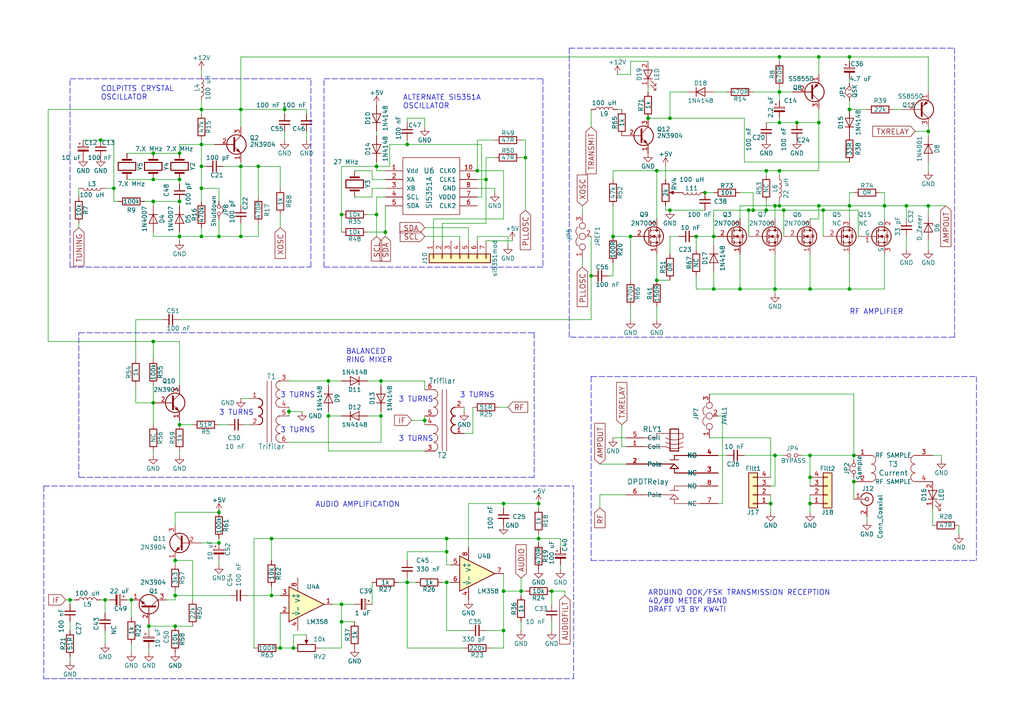
<source format=kicad_sch>
(kicad_sch (version 20211123) (generator eeschema)
  (paper "A4")
  (junction (at 234.95 83.82))
  (junction (at 262.89 59.69))
  (junction (at 52.07 58.42))
  (junction (at 44.45 116.84))
  (junction (at 50.8 162.56))
  (junction (at 204.47 55.88))
  (junction (at 58.42 31.75))
  (junction (at 160.02 171.45))
  (junction (at 50.8 181.61))
  (junction (at 194.31 34.29))
  (junction (at 129.54 160.02))
  (junction (at 156.21 156.21))
  (junction (at 227.33 60.96))
  (junction (at 207.01 68.58))
  (junction (at 52.07 68.58))
  (junction (at 95.25 120.65))
  (junction (at 74.93 48.26))
  (junction (at 140.97 52.07))
  (junction (at 156.21 146.05))
  (junction (at 38.1 173.99))
  (junction (at 269.24 38.1))
  (junction (at 83.82 119.38))
  (junction (at 78.74 172.72))
  (junction (at 109.22 62.23))
  (junction (at 110.49 110.49))
  (junction (at 246.38 31.75))
  (junction (at 201.93 68.58))
  (junction (at 226.06 49.53))
  (junction (at 226.06 35.56))
  (junction (at 222.25 49.53))
  (junction (at 222.25 60.96))
  (junction (at 44.45 52.07))
  (junction (at 81.28 187.96))
  (junction (at 182.88 68.58))
  (junction (at 224.79 59.69))
  (junction (at 190.5 49.53))
  (junction (at 29.21 40.64))
  (junction (at 246.38 16.51))
  (junction (at 58.42 48.26))
  (junction (at 33.02 54.61))
  (junction (at 226.06 59.69))
  (junction (at 58.42 41.91))
  (junction (at 123.19 121.92))
  (junction (at 44.45 99.06))
  (junction (at 44.45 58.42))
  (junction (at 111.76 67.31))
  (junction (at 82.55 31.75))
  (junction (at 69.85 68.58))
  (junction (at 43.18 181.61))
  (junction (at 256.54 59.69))
  (junction (at 52.07 123.19))
  (junction (at 129.54 156.21))
  (junction (at 63.5 68.58))
  (junction (at 152.4 45.72))
  (junction (at 146.05 171.45))
  (junction (at 63.5 157.48))
  (junction (at 110.49 120.65))
  (junction (at 99.06 180.34))
  (junction (at 129.54 168.91))
  (junction (at 58.42 54.61))
  (junction (at 224.79 83.82))
  (junction (at 217.17 60.96))
  (junction (at 247.65 139.7))
  (junction (at 138.43 49.53))
  (junction (at 237.49 59.69))
  (junction (at 247.65 132.08))
  (junction (at 237.49 16.51))
  (junction (at 118.11 168.91))
  (junction (at 218.44 60.96))
  (junction (at 234.95 132.08))
  (junction (at 187.96 34.29))
  (junction (at 237.49 35.56))
  (junction (at 194.31 60.96))
  (junction (at 269.24 59.69))
  (junction (at 118.11 41.91))
  (junction (at 95.25 110.49))
  (junction (at 171.45 80.01))
  (junction (at 85.09 187.96))
  (junction (at 20.32 173.99))
  (junction (at 207.01 83.82))
  (junction (at 52.07 44.45))
  (junction (at 234.95 146.05))
  (junction (at 146.05 146.05))
  (junction (at 146.05 182.88))
  (junction (at 214.63 83.82))
  (junction (at 78.74 156.21))
  (junction (at 63.5 148.59))
  (junction (at 30.48 173.99))
  (junction (at 69.85 48.26))
  (junction (at 52.07 52.07))
  (junction (at 231.14 35.56))
  (junction (at 50.8 172.72))
  (junction (at 109.22 48.26))
  (junction (at 234.95 138.43))
  (junction (at 99.06 175.26))
  (junction (at 69.85 31.75))
  (junction (at 99.06 62.23))
  (junction (at 226.06 26.67))
  (junction (at 44.45 44.45))
  (junction (at 223.52 146.05))
  (junction (at 151.13 171.45))
  (junction (at 226.06 16.51))
  (junction (at 177.8 68.58))
  (junction (at 246.38 59.69))
  (junction (at 58.42 68.58))
  (junction (at 190.5 81.28))
  (junction (at 224.79 132.08))
  (junction (at 238.76 60.96))
  (junction (at 246.38 83.82))
  (wire (pts (xy 58.42 68.58) (xy 63.5 68.58)))
  (wire (pts (xy 55.88 162.56) (xy 55.88 173.99)))
  (wire (pts (xy 43.18 189.23) (xy 43.18 187.96)))
  (wire (pts (xy 246.38 55.88) (xy 246.38 59.69)))
  (wire (pts (xy 147.32 118.11) (xy 144.78 118.11)))
  (wire (pts (xy 187.96 25.4) (xy 187.96 26.67)))
  (wire (pts (xy 193.04 59.69) (xy 193.04 60.96)))
  (wire (pts (xy 99.06 187.96) (xy 92.71 187.96)))
  (wire (pts (xy 265.43 38.1) (xy 269.24 38.1)))
  (wire (pts (xy 13.97 31.75) (xy 13.97 99.06)))
  (wire (pts (xy 95.25 130.81) (xy 123.19 130.81)))
  (wire (pts (xy 224.79 83.82) (xy 234.95 83.82)))
  (wire (pts (xy 129.54 156.21) (xy 129.54 160.02)))
  (wire (pts (xy 113.03 41.91) (xy 118.11 41.91)))
  (wire (pts (xy 63.5 63.5) (xy 63.5 68.58)))
  (wire (pts (xy 237.49 59.69) (xy 237.49 63.5)))
  (wire (pts (xy 109.22 57.15) (xy 111.76 57.15)))
  (wire (pts (xy 256.54 59.69) (xy 262.89 59.69)))
  (wire (pts (xy 194.31 26.67) (xy 199.39 26.67)))
  (wire (pts (xy 33.02 54.61) (xy 33.02 58.42)))
  (wire (pts (xy 214.63 59.69) (xy 224.79 59.69)))
  (wire (pts (xy 99.06 175.26) (xy 99.06 180.34)))
  (wire (pts (xy 135.89 146.05) (xy 146.05 146.05)))
  (wire (pts (xy 29.21 173.99) (xy 30.48 173.99)))
  (polyline (pts (xy 93.98 77.47) (xy 93.98 22.86)))
  (wire (pts (xy 39.37 104.14) (xy 39.37 92.71)))
  (wire (pts (xy 110.49 110.49) (xy 110.49 111.76)))
  (wire (pts (xy 234.95 138.43) (xy 234.95 140.97)))
  (wire (pts (xy 278.13 154.94) (xy 278.13 152.4)))
  (wire (pts (xy 177.8 59.69) (xy 177.8 68.58)))
  (wire (pts (xy 52.07 99.06) (xy 52.07 111.76)))
  (wire (pts (xy 88.9 40.64) (xy 88.9 38.1)))
  (wire (pts (xy 50.8 181.61) (xy 55.88 181.61)))
  (wire (pts (xy 218.44 55.88) (xy 214.63 55.88)))
  (wire (pts (xy 50.8 152.4) (xy 50.8 148.59)))
  (wire (pts (xy 58.42 40.64) (xy 58.42 41.91)))
  (wire (pts (xy 69.85 48.26) (xy 69.85 59.69)))
  (wire (pts (xy 110.49 110.49) (xy 123.19 110.49)))
  (wire (pts (xy 226.06 34.29) (xy 226.06 35.56)))
  (wire (pts (xy 129.54 182.88) (xy 129.54 168.91)))
  (wire (pts (xy 85.09 184.15) (xy 88.9 184.15)))
  (wire (pts (xy 180.34 129.54) (xy 181.61 129.54)))
  (wire (pts (xy 223.52 140.97) (xy 224.79 140.97)))
  (polyline (pts (xy 12.7 140.97) (xy 166.37 140.97)))
  (wire (pts (xy 20.32 173.99) (xy 21.59 173.99)))
  (wire (pts (xy 207.01 68.58) (xy 207.01 71.12)))
  (wire (pts (xy 226.06 49.53) (xy 226.06 50.8)))
  (wire (pts (xy 246.38 22.86) (xy 246.38 24.13)))
  (wire (pts (xy 152.4 40.64) (xy 152.4 45.72)))
  (wire (pts (xy 123.19 34.29) (xy 118.11 34.29)))
  (wire (pts (xy 194.31 73.66) (xy 194.31 68.58)))
  (wire (pts (xy 246.38 31.75) (xy 251.46 31.75)))
  (wire (pts (xy 50.8 148.59) (xy 63.5 148.59)))
  (wire (pts (xy 173.99 143.51) (xy 181.61 143.51)))
  (wire (pts (xy 207.01 60.96) (xy 207.01 68.58)))
  (wire (pts (xy 238.76 60.96) (xy 238.76 68.58)))
  (wire (pts (xy 50.8 172.72) (xy 50.8 173.99)))
  (wire (pts (xy 218.44 60.96) (xy 218.44 55.88)))
  (wire (pts (xy 237.49 63.5) (xy 234.95 63.5)))
  (wire (pts (xy 214.63 83.82) (xy 224.79 83.82)))
  (polyline (pts (xy 171.45 162.56) (xy 283.21 162.56)))
  (polyline (pts (xy 90.17 77.47) (xy 90.17 22.86)))
  (polyline (pts (xy 93.98 22.86) (xy 157.48 22.86)))
  (wire (pts (xy 58.42 41.91) (xy 62.23 41.91)))
  (wire (pts (xy 58.42 20.32) (xy 58.42 21.59)))
  (wire (pts (xy 78.74 156.21) (xy 129.54 156.21)))
  (wire (pts (xy 182.88 68.58) (xy 182.88 81.28)))
  (wire (pts (xy 74.93 57.15) (xy 74.93 48.26)))
  (wire (pts (xy 110.49 120.65) (xy 106.68 120.65)))
  (wire (pts (xy 139.7 57.15) (xy 138.43 57.15)))
  (wire (pts (xy 180.34 123.19) (xy 180.34 129.54)))
  (wire (pts (xy 138.43 68.58) (xy 147.32 68.58)))
  (wire (pts (xy 177.8 76.2) (xy 177.8 80.01)))
  (wire (pts (xy 222.25 58.42) (xy 222.25 60.96)))
  (wire (pts (xy 247.65 139.7) (xy 247.65 144.78)))
  (wire (pts (xy 74.93 48.26) (xy 81.28 48.26)))
  (wire (pts (xy 151.13 171.45) (xy 152.4 171.45)))
  (wire (pts (xy 44.45 44.45) (xy 52.07 44.45)))
  (wire (pts (xy 123.19 36.83) (xy 123.19 34.29)))
  (wire (pts (xy 140.97 45.72) (xy 140.97 52.07)))
  (wire (pts (xy 222.25 35.56) (xy 226.06 35.56)))
  (wire (pts (xy 177.8 49.53) (xy 177.8 52.07)))
  (wire (pts (xy 146.05 171.45) (xy 146.05 182.88)))
  (wire (pts (xy 247.65 114.3) (xy 247.65 132.08)))
  (wire (pts (xy 99.06 48.26) (xy 109.22 48.26)))
  (wire (pts (xy 129.54 160.02) (xy 129.54 163.83)))
  (wire (pts (xy 224.79 132.08) (xy 227.33 132.08)))
  (wire (pts (xy 156.21 154.94) (xy 156.21 156.21)))
  (wire (pts (xy 123.19 68.58) (xy 133.35 68.58)))
  (wire (pts (xy 69.85 16.51) (xy 69.85 31.75)))
  (wire (pts (xy 163.83 172.72) (xy 163.83 171.45)))
  (wire (pts (xy 63.5 123.19) (xy 66.04 123.19)))
  (wire (pts (xy 177.8 80.01) (xy 176.53 80.01)))
  (wire (pts (xy 234.95 132.08) (xy 234.95 138.43)))
  (wire (pts (xy 63.5 163.83) (xy 63.5 162.56)))
  (wire (pts (xy 78.74 162.56) (xy 78.74 156.21)))
  (wire (pts (xy 208.28 132.08) (xy 210.82 132.08)))
  (wire (pts (xy 248.92 60.96) (xy 248.92 68.58)))
  (wire (pts (xy 64.77 48.26) (xy 69.85 48.26)))
  (wire (pts (xy 147.32 68.58) (xy 147.32 71.12)))
  (wire (pts (xy 58.42 41.91) (xy 58.42 48.26)))
  (wire (pts (xy 81.28 48.26) (xy 81.28 54.61)))
  (wire (pts (xy 109.22 39.37) (xy 109.22 38.1)))
  (wire (pts (xy 194.31 68.58) (xy 196.85 68.58)))
  (wire (pts (xy 138.43 52.07) (xy 140.97 52.07)))
  (wire (pts (xy 269.24 36.83) (xy 269.24 38.1)))
  (wire (pts (xy 180.34 31.75) (xy 179.07 31.75)))
  (wire (pts (xy 205.74 127) (xy 223.52 127)))
  (polyline (pts (xy 157.48 77.47) (xy 93.98 77.47)))
  (wire (pts (xy 137.16 118.11) (xy 137.16 125.73)))
  (wire (pts (xy 151.13 167.64) (xy 151.13 171.45)))
  (wire (pts (xy 22.86 54.61) (xy 22.86 57.15)))
  (wire (pts (xy 71.755 172.72) (xy 78.74 172.72)))
  (polyline (pts (xy 154.94 138.43) (xy 22.86 138.43)))
  (polyline (pts (xy 171.45 109.22) (xy 171.45 162.56)))
  (wire (pts (xy 269.24 16.51) (xy 269.24 26.67)))
  (wire (pts (xy 74.93 68.58) (xy 74.93 64.77)))
  (wire (pts (xy 52.07 52.07) (xy 52.07 53.34)))
  (wire (pts (xy 38.1 173.99) (xy 38.1 179.07)))
  (wire (pts (xy 269.24 62.23) (xy 269.24 59.69)))
  (wire (pts (xy 140.97 69.85) (xy 148.59 69.85)))
  (wire (pts (xy 80.01 187.96) (xy 81.28 187.96)))
  (wire (pts (xy 217.17 60.96) (xy 218.44 60.96)))
  (wire (pts (xy 201.93 83.82) (xy 207.01 83.82)))
  (wire (pts (xy 143.51 54.61) (xy 138.43 54.61)))
  (wire (pts (xy 246.38 16.51) (xy 269.24 16.51)))
  (wire (pts (xy 218.44 26.67) (xy 226.06 26.67)))
  (wire (pts (xy 146.05 166.37) (xy 146.05 171.45)))
  (wire (pts (xy 50.8 171.45) (xy 50.8 172.72)))
  (wire (pts (xy 52.07 44.45) (xy 52.07 41.91)))
  (wire (pts (xy 238.76 60.96) (xy 248.92 60.96)))
  (wire (pts (xy 143.51 55.88) (xy 143.51 54.61)))
  (wire (pts (xy 107.95 57.15) (xy 102.87 57.15)))
  (wire (pts (xy 223.52 127) (xy 223.52 138.43)))
  (wire (pts (xy 24.13 40.64) (xy 29.21 40.64)))
  (wire (pts (xy 78.74 172.72) (xy 81.28 172.72)))
  (wire (pts (xy 69.85 31.75) (xy 82.55 31.75)))
  (wire (pts (xy 118.11 187.96) (xy 134.62 187.96)))
  (wire (pts (xy 58.42 157.48) (xy 63.5 157.48)))
  (wire (pts (xy 69.85 68.58) (xy 69.85 64.77)))
  (wire (pts (xy 269.24 46.99) (xy 269.24 49.53)))
  (wire (pts (xy 52.07 68.58) (xy 58.42 68.58)))
  (wire (pts (xy 210.82 26.67) (xy 207.01 26.67)))
  (wire (pts (xy 58.42 68.58) (xy 58.42 66.04)))
  (wire (pts (xy 30.48 177.8) (xy 30.48 173.99)))
  (wire (pts (xy 58.42 48.26) (xy 58.42 54.61)))
  (wire (pts (xy 52.07 132.08) (xy 52.07 130.81)))
  (wire (pts (xy 173.99 134.62) (xy 181.61 134.62)))
  (wire (pts (xy 83.82 118.11) (xy 83.82 119.38)))
  (wire (pts (xy 63.5 68.58) (xy 69.85 68.58)))
  (wire (pts (xy 226.06 49.53) (xy 237.49 49.53)))
  (wire (pts (xy 106.68 110.49) (xy 110.49 110.49)))
  (wire (pts (xy 190.5 92.71) (xy 190.5 88.9)))
  (wire (pts (xy 129.54 168.91) (xy 130.81 168.91)))
  (wire (pts (xy 269.24 72.39) (xy 269.24 69.85)))
  (wire (pts (xy 270.51 147.32) (xy 270.51 152.4)))
  (wire (pts (xy 193.04 60.96) (xy 194.31 60.96)))
  (wire (pts (xy 13.97 31.75) (xy 58.42 31.75)))
  (wire (pts (xy 224.79 140.97) (xy 224.79 132.08)))
  (wire (pts (xy 123.19 110.49) (xy 123.19 113.03)))
  (wire (pts (xy 209.55 120.65) (xy 209.55 146.05)))
  (wire (pts (xy 160.02 182.88) (xy 160.02 180.34)))
  (wire (pts (xy 146.05 182.88) (xy 146.05 187.96)))
  (wire (pts (xy 96.52 175.26) (xy 99.06 175.26)))
  (wire (pts (xy 123.19 121.92) (xy 119.38 121.92)))
  (polyline (pts (xy 22.86 96.52) (xy 154.94 96.52)))
  (wire (pts (xy 215.9 132.08) (xy 224.79 132.08)))
  (wire (pts (xy 171.45 68.58) (xy 171.45 80.01)))
  (wire (pts (xy 69.85 48.26) (xy 74.93 48.26)))
  (wire (pts (xy 156.21 146.05) (xy 156.21 147.32)))
  (wire (pts (xy 226.06 35.56) (xy 231.14 35.56)))
  (wire (pts (xy 190.5 81.28) (xy 194.31 81.28)))
  (wire (pts (xy 193.04 48.26) (xy 193.04 52.07)))
  (wire (pts (xy 194.31 26.67) (xy 194.31 34.29)))
  (wire (pts (xy 111.76 54.61) (xy 107.95 54.61)))
  (wire (pts (xy 269.24 59.69) (xy 274.32 59.69)))
  (polyline (pts (xy 20.32 77.47) (xy 90.17 77.47)))
  (wire (pts (xy 182.88 21.59) (xy 182.88 17.78)))
  (wire (pts (xy 129.54 163.83) (xy 130.81 163.83)))
  (wire (pts (xy 226.06 26.67) (xy 229.87 26.67)))
  (wire (pts (xy 95.25 110.49) (xy 99.06 110.49)))
  (wire (pts (xy 109.22 57.15) (xy 109.22 62.23)))
  (wire (pts (xy 171.45 92.71) (xy 52.07 92.71)))
  (wire (pts (xy 95.25 120.65) (xy 95.25 130.81)))
  (wire (pts (xy 39.37 116.84) (xy 39.37 111.76)))
  (wire (pts (xy 58.42 54.61) (xy 58.42 58.42)))
  (wire (pts (xy 110.49 120.65) (xy 110.49 128.27)))
  (wire (pts (xy 201.93 72.39) (xy 201.93 68.58)))
  (wire (pts (xy 223.52 143.51) (xy 223.52 146.05)))
  (wire (pts (xy 246.38 73.66) (xy 246.38 83.82)))
  (wire (pts (xy 58.42 31.75) (xy 58.42 33.02)))
  (wire (pts (xy 223.52 146.05) (xy 223.52 148.59)))
  (wire (pts (xy 36.83 44.45) (xy 44.45 44.45)))
  (wire (pts (xy 81.28 187.96) (xy 85.09 187.96)))
  (wire (pts (xy 246.38 59.69) (xy 246.38 63.5)))
  (wire (pts (xy 113.03 48.26) (xy 113.03 41.91)))
  (wire (pts (xy 115.57 168.91) (xy 118.11 168.91)))
  (wire (pts (xy 99.06 62.23) (xy 99.06 67.31)))
  (wire (pts (xy 152.4 45.72) (xy 152.4 60.96)))
  (wire (pts (xy 109.22 62.23) (xy 106.68 62.23)))
  (wire (pts (xy 111.76 59.69) (xy 111.76 67.31)))
  (polyline (pts (xy 12.7 140.97) (xy 12.7 196.85)))
  (wire (pts (xy 20.32 182.88) (xy 20.32 180.34)))
  (wire (pts (xy 146.05 171.45) (xy 151.13 171.45)))
  (wire (pts (xy 107.95 168.91) (xy 107.95 175.26)))
  (wire (pts (xy 20.32 191.77) (xy 20.32 190.5)))
  (polyline (pts (xy 283.21 109.22) (xy 283.21 162.56)))
  (wire (pts (xy 29.21 40.64) (xy 33.02 40.64)))
  (wire (pts (xy 146.05 146.05) (xy 156.21 146.05)))
  (polyline (pts (xy 171.45 109.22) (xy 283.21 109.22)))
  (wire (pts (xy 207.01 83.82) (xy 214.63 83.82)))
  (wire (pts (xy 44.45 132.08) (xy 44.45 130.81)))
  (wire (pts (xy 128.27 64.77) (xy 128.27 69.85)))
  (wire (pts (xy 43.18 182.88) (xy 43.18 181.61)))
  (wire (pts (xy 123.19 120.65) (xy 123.19 121.92)))
  (wire (pts (xy 30.48 186.69) (xy 30.48 182.88)))
  (wire (pts (xy 246.38 46.99) (xy 215.9 46.99)))
  (wire (pts (xy 262.89 59.69) (xy 269.24 59.69)))
  (wire (pts (xy 226.06 25.4) (xy 226.06 26.67)))
  (wire (pts (xy 251.46 151.13) (xy 251.46 149.86)))
  (wire (pts (xy 36.83 52.07) (xy 44.45 52.07)))
  (wire (pts (xy 118.11 160.02) (xy 129.54 160.02)))
  (wire (pts (xy 190.5 81.28) (xy 190.5 73.66)))
  (wire (pts (xy 146.05 49.53) (xy 146.05 63.5)))
  (wire (pts (xy 44.45 52.07) (xy 52.07 52.07)))
  (wire (pts (xy 30.48 54.61) (xy 33.02 54.61)))
  (wire (pts (xy 146.05 147.32) (xy 146.05 146.05)))
  (wire (pts (xy 207.01 78.74) (xy 207.01 83.82)))
  (wire (pts (xy 234.95 83.82) (xy 246.38 83.82)))
  (wire (pts (xy 246.38 59.69) (xy 256.54 59.69)))
  (wire (pts (xy 129.54 156.21) (xy 156.21 156.21)))
  (wire (pts (xy 140.97 45.72) (xy 143.51 45.72)))
  (wire (pts (xy 111.76 67.31) (xy 106.68 67.31)))
  (polyline (pts (xy 157.48 22.86) (xy 157.48 77.47)))
  (wire (pts (xy 261.62 31.75) (xy 259.08 31.75)))
  (wire (pts (xy 99.06 180.34) (xy 102.87 180.34)))
  (wire (pts (xy 226.06 59.69) (xy 237.49 59.69)))
  (wire (pts (xy 160.02 171.45) (xy 160.02 175.26)))
  (polyline (pts (xy 165.1 13.97) (xy 276.86 13.97)))
  (wire (pts (xy 107.95 52.07) (xy 107.95 49.53)))
  (wire (pts (xy 139.7 41.91) (xy 139.7 57.15)))
  (wire (pts (xy 69.85 46.99) (xy 69.85 48.26)))
  (wire (pts (xy 247.65 55.88) (xy 246.38 55.88)))
  (wire (pts (xy 177.8 68.58) (xy 182.88 68.58)))
  (wire (pts (xy 138.43 40.64) (xy 143.51 40.64)))
  (wire (pts (xy 237.49 49.53) (xy 237.49 35.56)))
  (wire (pts (xy 214.63 63.5) (xy 214.63 59.69)))
  (wire (pts (xy 125.73 63.5) (xy 125.73 69.85)))
  (wire (pts (xy 194.31 60.96) (xy 204.47 60.96)))
  (wire (pts (xy 204.47 55.88) (xy 207.01 55.88)))
  (wire (pts (xy 52.07 41.91) (xy 58.42 41.91)))
  (wire (pts (xy 262.89 72.39) (xy 262.89 68.58)))
  (wire (pts (xy 44.45 99.06) (xy 52.07 99.06)))
  (wire (pts (xy 107.95 54.61) (xy 107.95 57.15)))
  (wire (pts (xy 63.5 157.48) (xy 63.5 156.21)))
  (wire (pts (xy 227.33 60.96) (xy 238.76 60.96)))
  (wire (pts (xy 52.07 68.58) (xy 52.07 69.85)))
  (wire (pts (xy 217.17 68.58) (xy 217.17 60.96)))
  (wire (pts (xy 44.45 116.84) (xy 39.37 116.84)))
  (wire (pts (xy 39.37 92.71) (xy 46.99 92.71)))
  (wire (pts (xy 69.85 16.51) (xy 226.06 16.51)))
  (wire (pts (xy 50.8 173.99) (xy 48.26 173.99)))
  (wire (pts (xy 255.27 55.88) (xy 256.54 55.88)))
  (wire (pts (xy 82.55 40.64) (xy 82.55 38.1)))
  (wire (pts (xy 214.63 73.66) (xy 214.63 83.82)))
  (wire (pts (xy 256.54 59.69) (xy 256.54 63.5)))
  (wire (pts (xy 107.95 49.53) (xy 102.87 49.53)))
  (wire (pts (xy 82.55 31.75) (xy 88.9 31.75)))
  (wire (pts (xy 135.89 66.04) (xy 135.89 69.85)))
  (wire (pts (xy 168.91 59.69) (xy 168.91 62.23)))
  (wire (pts (xy 118.11 168.91) (xy 118.11 187.96)))
  (wire (pts (xy 171.45 36.83) (xy 171.45 31.75)))
  (wire (pts (xy 52.07 121.92) (xy 52.07 123.19)))
  (wire (pts (xy 99.06 120.65) (xy 95.25 120.65)))
  (wire (pts (xy 44.45 68.58) (xy 52.07 68.58)))
  (wire (pts (xy 63.5 54.61) (xy 63.5 58.42)))
  (wire (pts (xy 83.82 119.38) (xy 83.82 120.65)))
  (wire (pts (xy 218.44 60.96) (xy 222.25 60.96)))
  (wire (pts (xy 44.45 111.76) (xy 44.45 116.84)))
  (wire (pts (xy 222.25 49.53) (xy 222.25 50.8)))
  (wire (pts (xy 194.31 34.29) (xy 215.9 34.29)))
  (wire (pts (xy 256.54 55.88) (xy 256.54 59.69)))
  (wire (pts (xy 237.49 16.51) (xy 246.38 16.51)))
  (wire (pts (xy 41.91 58.42) (xy 44.45 58.42)))
  (wire (pts (xy 190.5 49.53) (xy 222.25 49.53)))
  (wire (pts (xy 111.76 52.07) (xy 107.95 52.07)))
  (wire (pts (xy 232.41 132.08) (xy 234.95 132.08)))
  (polyline (pts (xy 22.86 138.43) (xy 22.86 96.52)))
  (wire (pts (xy 73.66 187.96) (xy 73.66 156.21)))
  (wire (pts (xy 182.88 92.71) (xy 182.88 88.9)))
  (wire (pts (xy 187.96 34.29) (xy 194.31 34.29)))
  (wire (pts (xy 58.42 54.61) (xy 63.5 54.61)))
  (wire (pts (xy 182.88 17.78) (xy 187.96 17.78)))
  (wire (pts (xy 44.45 116.84) (xy 44.45 123.19)))
  (wire (pts (xy 83.82 110.49) (xy 95.25 110.49)))
  (wire (pts (xy 69.85 31.75) (xy 69.85 36.83)))
  (wire (pts (xy 109.22 49.53) (xy 111.76 49.53)))
  (wire (pts (xy 81.28 62.23) (xy 81.28 66.04)))
  (wire (pts (xy 138.43 49.53) (xy 138.43 40.64)))
  (wire (pts (xy 87.63 119.38) (xy 83.82 119.38)))
  (wire (pts (xy 69.85 115.57) (xy 72.39 115.57)))
  (wire (pts (xy 162.56 156.21) (xy 162.56 158.75)))
  (wire (pts (xy 118.11 167.64) (xy 118.11 168.91)))
  (wire (pts (xy 118.11 168.91) (xy 120.65 168.91)))
  (wire (pts (xy 222.25 49.53) (xy 226.06 49.53)))
  (wire (pts (xy 95.25 119.38) (xy 95.25 120.65)))
  (wire (pts (xy 33.02 58.42) (xy 34.29 58.42)))
  (wire (pts (xy 138.43 49.53) (xy 146.05 49.53)))
  (wire (pts (xy 55.88 162.56) (xy 50.8 162.56)))
  (wire (pts (xy 205.74 114.3) (xy 247.65 114.3)))
  (wire (pts (xy 146.05 187.96) (xy 142.24 187.96)))
  (wire (pts (xy 209.55 146.05) (xy 208.28 146.05)))
  (wire (pts (xy 50.8 172.72) (xy 66.675 172.72)))
  (wire (pts (xy 44.45 104.14) (xy 44.45 99.06)))
  (wire (pts (xy 179.07 21.59) (xy 182.88 21.59)))
  (wire (pts (xy 20.32 175.26) (xy 20.32 173.99)))
  (wire (pts (xy 71.12 123.19) (xy 72.39 123.19)))
  (wire (pts (xy 44.45 58.42) (xy 44.45 59.69)))
  (wire (pts (xy 237.49 59.69) (xy 246.38 59.69)))
  (wire (pts (xy 224.79 63.5) (xy 224.79 59.69)))
  (wire (pts (xy 110.49 128.27) (xy 83.82 128.27)))
  (wire (pts (xy 237.49 16.51) (xy 237.49 21.59)))
  (wire (pts (xy 138.43 69.85) (xy 138.43 68.58)))
  (wire (pts (xy 146.05 182.88) (xy 140.97 182.88)))
  (wire (pts (xy 262.89 63.5) (xy 262.89 59.69)))
  (wire (pts (xy 273.05 132.08) (xy 270.51 132.08)))
  (wire (pts (xy 226.06 26.67) (xy 226.06 29.21)))
  (wire (pts (xy 173.99 143.51) (xy 173.99 147.32)))
  (wire (pts (xy 99.06 48.26) (xy 99.06 62.23)))
  (wire (pts (xy 231.14 35.56) (xy 237.49 35.56)))
  (wire (pts (xy 234.95 132.08) (xy 247.65 132.08)))
  (wire (pts (xy 133.35 68.58) (xy 133.35 69.85)))
  (wire (pts (xy 58.42 31.75) (xy 69.85 31.75)))
  (wire (pts (xy 118.11 41.91) (xy 139.7 41.91)))
  (polyline (pts (xy 20.32 22.86) (xy 90.17 22.86)))
  (wire (pts (xy 140.97 52.07) (xy 140.97 64.77)))
  (wire (pts (xy 140.97 64.77) (xy 128.27 64.77)))
  (polyline (pts (xy 165.1 97.79) (xy 165.1 13.97)))
  (wire (pts (xy 247.65 132.08) (xy 247.65 133.35)))
  (wire (pts (xy 52.07 67.31) (xy 52.07 68.58)))
  (wire (pts (xy 269.24 38.1) (xy 269.24 39.37)))
  (wire (pts (xy 226.06 16.51) (xy 237.49 16.51)))
  (wire (pts (xy 207.01 60.96) (xy 217.17 60.96)))
  (wire (pts (xy 224.79 83.82) (xy 224.79 85.09)))
  (wire (pts (xy 30.48 173.99) (xy 31.75 173.99)))
  (wire (pts (xy 224.79 59.69) (xy 226.06 59.69)))
  (polyline (pts (xy 276.86 13.97) (xy 276.86 97.79)))
  (polyline (pts (xy 276.86 97.79) (xy 165.1 97.79)))
  (wire (pts (xy 99.06 180.34) (xy 99.06 187.96)))
  (wire (pts (xy 273.05 133.35) (xy 273.05 132.08)))
  (wire (pts (xy 118.11 162.56) (xy 118.11 160.02)))
  (wire (pts (xy 50.8 162.56) (xy 50.8 163.83)))
  (wire (pts (xy 163.83 171.45) (xy 160.02 171.45)))
  (wire (pts (xy 151.13 40.64) (xy 152.4 40.64)))
  (wire (pts (xy 246.38 29.21) (xy 246.38 31.75)))
  (wire (pts (xy 118.11 34.29) (xy 118.11 35.56)))
  (wire (pts (xy 58.42 48.26) (xy 59.69 48.26)))
  (wire (pts (xy 43.18 181.61) (xy 50.8 181.61)))
  (wire (pts (xy 156.21 156.21) (xy 162.56 156.21)))
  (wire (pts (xy 234.95 73.66) (xy 234.95 83.82)))
  (wire (pts (xy 22.86 66.04) (xy 22.86 64.77)))
  (wire (pts (xy 52.07 58.42) (xy 52.07 59.69)))
  (wire (pts (xy 227.33 60.96) (xy 227.33 68.58)))
  (wire (pts (xy 123.19 121.92) (xy 123.19 123.19)))
  (wire (pts (xy 95.25 111.76) (xy 95.25 110.49)))
  (wire (pts (xy 222.25 60.96) (xy 227.33 60.96)))
  (wire (pts (xy 224.79 73.66) (xy 224.79 83.82)))
  (wire (pts (xy 110.49 119.38) (xy 110.49 120.65)))
  (wire (pts (xy 246.38 17.78) (xy 246.38 16.51)))
  (wire (pts (xy 78.74 170.18) (xy 78.74 172.72)))
  (polyline (pts (xy 12.7 196.85) (xy 166.37 196.85)))
  (wire (pts (xy 135.89 146.05) (xy 135.89 158.75)))
  (wire (pts (xy 19.05 173.99) (xy 20.32 173.99)))
  (wire (pts (xy 151.13 171.45) (xy 151.13 172.72)))
  (wire (pts (xy 109.22 46.99) (xy 109.22 48.26)))
  (polyline (pts (xy 154.94 96.52) (xy 154.94 138.43)))
  (wire (pts (xy 256.54 83.82) (xy 256.54 73.66)))
  (wire (pts (xy 44.45 58.42) (xy 52.07 58.42)))
  (wire (pts (xy 156.21 156.21) (xy 156.21 157.48)))
  (wire (pts (xy 109.22 48.26) (xy 109.22 49.53)))
  (wire (pts (xy 52.07 123.19) (xy 55.88 123.19)))
  (wire (pts (xy 237.49 35.56) (xy 237.49 31.75)))
  (wire (pts (xy 109.22 48.26) (xy 113.03 48.26)))
  (wire (pts (xy 190.5 49.53) (xy 190.5 63.5)))
  (wire (pts (xy 135.89 182.88) (xy 129.54 182.88)))
  (wire (pts (xy 168.91 77.47) (xy 168.91 74.93)))
  (wire (pts (xy 171.45 80.01) (xy 171.45 92.71)))
  (wire (pts (xy 151.13 182.88) (xy 151.13 180.34)))
  (wire (pts (xy 109.22 62.23) (xy 109.22 68.58)))
  (wire (pts (xy 85.09 187.96) (xy 85.09 184.15)))
  (wire (pts (xy 177.8 49.53) (xy 190.5 49.53)))
  (wire (pts (xy 88.9 31.75) (xy 88.9 33.02)))
  (polyline (pts (xy 166.37 196.85) (xy 166.37 140.97)))
  (wire (pts (xy 209.55 120.65) (xy 208.28 120.65)))
  (wire (pts (xy 246.38 83.82) (xy 256.54 83.82)))
  (wire (pts (xy 146.05 63.5) (xy 125.73 63.5)))
  (wire (pts (xy 36.83 173.99) (xy 38.1 173.99)))
  (wire (pts (xy 201.93 68.58) (xy 207.01 68.58)))
  (wire (pts (xy 69.85 68.58) (xy 74.93 68.58)))
  (wire (pts (xy 111.76 67.31) (xy 111.76 68.58)))
  (wire (pts (xy 234.95 143.51) (xy 234.95 146.05)))
  (wire (pts (xy 181.61 127) (xy 177.8 127)))
  (wire (pts (xy 226.06 58.42) (xy 226.06 59.69)))
  (wire (pts (xy 152.4 45.72) (xy 151.13 45.72)))
  (wire (pts (xy 123.19 66.04) (xy 135.89 66.04)))
  (wire (pts (xy 73.66 156.21) (xy 78.74 156.21)))
  (wire (pts (xy 118.11 41.91) (xy 118.11 40.64)))
  (wire (pts (xy 162.56 165.1) (xy 162.56 163.83)))
  (wire (pts (xy 201.93 80.01) (xy 201.93 83.82)))
  (wire (pts (xy 13.97 99.06) (xy 44.45 99.06)))
  (wire (pts (xy 215.9 34.29) (xy 215.9 46.99)))
  (polyline (pts (xy 20.32 77.47) (xy 20.32 22.86)))
  (wire (pts (xy 81.28 177.8) (xy 81.28 187.96)))
  (wire (pts (xy 82.55 31.75) (xy 82.55 33.02)))
  (wire (pts (xy 134.62 119.38) (xy 134.62 118.11)))
  (wire (pts (xy 234.95 146.05) (xy 234.95 148.59)))
  (wire (pts (xy 226.06 17.78) (xy 226.06 16.51)))
  (wire (pts (xy 44.45 68.58) (xy 44.45 67.31)))
  (wire (pts (xy 99.06 175.26) (xy 102.87 175.26)))
  (wire (pts (xy 247.65 138.43) (xy 247.65 139.7)))
  (wire (pts (xy 58.42 29.21) (xy 58.42 31.75)))
  (wire (pts (xy 128.27 168.91) (xy 129.54 168.91)))
  (wire (pts (xy 38.1 189.23) (xy 38.1 186.69)))
  (wire (pts (xy 137.16 125.73) (xy 134.62 125.73)))
  (wire (pts (xy 33.02 40.64) (xy 33.02 54.61)))
  (text "AUDIO AMPLIFICATION " (at 91.44 147.32 0) (effects (font (size 1.524 1.524)) (justify left bottom)))
  (text "ARDUINO OOK/FSK TRANSMISSION RECEPTION\n40/80 METER BAND\nDRAFT V3 BY KW4TI" (at 187.96 177.8 0) (effects (font (size 1.524 1.524)) (justify left bottom)))
  (text "3 TURNS" (at 81.28 115.57 0) (effects (font (size 1.524 1.524)) (justify left bottom)))
  (text "ALTERNATE SI5351A\nOSCILLATOR" (at 116.84 31.75 0) (effects (font (size 1.524 1.524)) (justify left bottom)))
  (text "3 TURNS\n" (at 133.35 115.57 0) (effects (font (size 1.524 1.524)) (justify left bottom)))
  (text "3 TURNS" (at 63.5 120.65 0) (effects (font (size 1.524 1.524)) (justify left bottom)))
  (text "3 TURNS\n" (at 115.57 128.27 0) (effects (font (size 1.524 1.524)) (justify left bottom)))
  (text "3 TURNS" (at 115.57 116.84 0) (effects (font (size 1.524 1.524)) (justify left bottom)))
  (text "COLPITTS CRYSTAL\nOSCILLATOR" (at 29.21 29.21 0) (effects (font (size 1.524 1.524)) (justify left bottom)))
  (text "RF AMPLIFIER" (at 246.38 91.44 0) (effects (font (size 1.524 1.524)) (justify left bottom)))
  (text "BALANCED\nRING MIXER" (at 100.33 105.41 0) (effects (font (size 1.524 1.524)) (justify left bottom)))
  (text "3 TURNS\n" (at 81.28 125.73 0) (effects (font (size 1.524 1.524)) (justify left bottom)))
  (global_label "AMPOUT" (shape input) (at 173.99 134.62 90) (effects (font (size 1.524 1.524))) (property "Intersheet References" "${INTERSHEET_REFS}" (effects hide)))
  (global_label "XOSC" (shape input) (at 81.28 66.04 270) (effects (font (size 1.524 1.524))) (property "Intersheet References" "${INTERSHEET_REFS}" (effects hide)))
  (global_label "RF" (shape input) (at 173.99 147.32 270) (effects (font (size 1.524 1.524))) (property "Intersheet References" "${INTERSHEET_REFS}" (effects hide)))
  (global_label "AUDIOFILT" (shape input) (at 163.83 172.72 270) (effects (font (size 1.524 1.524))) (property "Intersheet References" "${INTERSHEET_REFS}" (effects hide)))
  (global_label "TXRELAY" (shape input) (at 180.34 123.19 90) (effects (font (size 1.524 1.524))) (property "Intersheet References" "${INTERSHEET_REFS}" (effects hide)))
  (global_label "SDA" (shape input) (at 123.19 66.04 180) (effects (font (size 1.524 1.524))) (property "Intersheet References" "${INTERSHEET_REFS}" (effects hide)))
  (global_label "SDA" (shape input) (at 111.76 68.58 270) (effects (font (size 1.524 1.524))) (property "Intersheet References" "${INTERSHEET_REFS}" (effects hide)))
  (global_label "SCL" (shape input) (at 123.19 68.58 180) (effects (font (size 1.524 1.524))) (property "Intersheet References" "${INTERSHEET_REFS}" (effects hide)))
  (global_label "RF" (shape input) (at 147.32 118.11 0) (effects (font (size 1.524 1.524))) (property "Intersheet References" "${INTERSHEET_REFS}" (effects hide)))
  (global_label "TUNING" (shape input) (at 22.86 66.04 270) (effects (font (size 1.524 1.524))) (property "Intersheet References" "${INTERSHEET_REFS}" (effects hide)))
  (global_label "XOSC" (shape input) (at 168.91 59.69 90) (effects (font (size 1.524 1.524))) (property "Intersheet References" "${INTERSHEET_REFS}" (effects hide)))
  (global_label "IF" (shape input) (at 119.38 121.92 180) (effects (font (size 1.524 1.524))) (property "Intersheet References" "${INTERSHEET_REFS}" (effects hide)))
  (global_label "AMPOUT" (shape input) (at 274.32 59.69 270) (effects (font (size 1.524 1.524))) (property "Intersheet References" "${INTERSHEET_REFS}" (effects hide)))
  (global_label "SCL" (shape input) (at 109.22 68.58 270) (effects (font (size 1.524 1.524))) (property "Intersheet References" "${INTERSHEET_REFS}" (effects hide)))
  (global_label "IF" (shape input) (at 19.05 173.99 180) (effects (font (size 1.524 1.524))) (property "Intersheet References" "${INTERSHEET_REFS}" (effects hide)))
  (global_label "TXRELAY" (shape input) (at 265.43 38.1 180) (effects (font (size 1.524 1.524))) (property "Intersheet References" "${INTERSHEET_REFS}" (effects hide)))
  (global_label "TRANSMIT" (shape input) (at 171.45 36.83 270) (effects (font (size 1.524 1.524))) (property "Intersheet References" "${INTERSHEET_REFS}" (effects hide)))
  (global_label "AUDIO" (shape input) (at 151.13 167.64 90) (effects (font (size 1.524 1.524))) (property "Intersheet References" "${INTERSHEET_REFS}" (effects hide)))
  (global_label "PLLOSC" (shape input) (at 152.4 60.96 270) (effects (font (size 1.524 1.524))) (property "Intersheet References" "${INTERSHEET_REFS}" (effects hide)))
  (global_label "PLLOSC" (shape input) (at 168.91 77.47 270) (effects (font (size 1.524 1.524))) (property "Intersheet References" "${INTERSHEET_REFS}" (effects hide)))
  (symbol (lib_id "RFBitBangerNano-rescue:+12V") (at 58.42 20.32 0) (unit 1)
    (property "Reference" "#PWR054" (effects hide))
    (property "Value" "+12V" (at 58.42 16.764 0))
  )
  (symbol (lib_id "RFBitBangerNano-rescue:R") (at 22.86 60.96 0) (unit 1)
    (property "Reference" "R7" (at 24.892 60.96 90))
    (property "Value" "10k" (at 22.86 60.96 90))
    (property "Footprint" "Resistors_THT:R_Axial_DIN0207_L6.3mm_D2.5mm_P7.62mm_Horizontal" (effects hide))
  )
  (symbol (lib_id "RFBitBangerNano-rescue:CP_Small") (at 24.13 43.18 0) (unit 1)
    (property "Reference" "C12" (at 24.384 41.402 0) (effects (justify left)))
    (property "Value" "10 uF" (at 17.78 45.72 0) (effects (justify left)))
    (property "Footprint" "Capacitors_THT:CP_Radial_D5.0mm_P2.50mm" (effects hide))
  )
  (symbol (lib_id "RFBitBangerNano-rescue:GND") (at 24.13 45.72 0) (unit 1)
    (property "Reference" "#PWR061" (effects hide))
    (property "Value" "GND" (at 24.13 49.53 0))
  )
  (symbol (lib_id "RFBitBangerNano-rescue:R") (at 58.42 36.83 0) (unit 1)
    (property "Reference" "R15" (at 60.452 36.83 90))
    (property "Value" "47k" (at 58.42 36.83 90))
    (property "Footprint" "Resistors_THT:R_Axial_DIN0207_L6.3mm_D2.5mm_P7.62mm_Horizontal" (effects hide))
  )
  (symbol (lib_id "RFBitBangerNano-rescue:C_Small") (at 29.21 43.18 0) (unit 1)
    (property "Reference" "C13" (at 29.464 41.402 0) (effects (justify left)))
    (property "Value" "100 nF" (at 25.4 45.72 0) (effects (justify left)))
    (property "Footprint" "Capacitors_THT:C_Disc_D5.0mm_W2.5mm_P2.50mm" (effects hide))
  )
  (symbol (lib_id "RFBitBangerNano-rescue:GND") (at 29.21 45.72 0) (unit 1)
    (property "Reference" "#PWR060" (effects hide))
    (property "Value" "GND" (at 29.21 49.53 0))
  )
  (symbol (lib_id "RFBitBangerNano-rescue:D") (at 52.07 63.5 270) (unit 1)
    (property "Reference" "D5" (at 54.61 63.5 0))
    (property "Value" "1N4007" (at 49.53 63.5 0))
    (property "Footprint" "Diodes_THT:D_DO-41_SOD81_P7.62mm_Horizontal" (effects hide))
  )
  (symbol (lib_id "RFBitBangerNano-rescue:2N3904") (at 67.31 41.91 0) (unit 1)
    (property "Reference" "Q2" (at 72.39 40.005 0) (effects (justify left)))
    (property "Value" "2N3904" (at 72.39 41.91 0) (effects (justify left)))
    (property "Footprint" "TO_SOT_Packages_THT:TO-92_Inline_Wide" (effects hide))
  )
  (symbol (lib_id "RFBitBangerNano-rescue:R") (at 38.1 58.42 90) (unit 1)
    (property "Reference" "R9" (at 38.1 60.96 90))
    (property "Value" "100k" (at 38.1 58.42 90))
    (property "Footprint" "Resistors_THT:R_Axial_DIN0207_L6.3mm_D2.5mm_P7.62mm_Horizontal" (effects hide))
  )
  (symbol (lib_id "RFBitBangerNano-rescue:Crystal") (at 52.07 48.26 270) (unit 1)
    (property "Reference" "Y2" (at 55.88 48.26 0))
    (property "Value" "7.X MHz" (at 52.07 43.18 90))
    (property "Footprint" "Crystals:Crystal_HC49-U_Vertical" (effects hide))
  )
  (symbol (lib_id "RFBitBangerNano-rescue:GND") (at 52.07 69.85 0) (unit 1)
    (property "Reference" "#PWR059" (effects hide))
    (property "Value" "GND" (at 52.07 73.66 0))
  )
  (symbol (lib_id "RFBitBangerNano-rescue:C_Small") (at 62.23 48.26 270) (unit 1)
    (property "Reference" "C21" (at 60.96 50.8 90) (effects (justify left)))
    (property "Value" "100 pF" (at 59.69 45.72 90) (effects (justify left)))
    (property "Footprint" "Capacitors_THT:C_Disc_D5.0mm_W2.5mm_P5.00mm" (effects hide))
  )
  (symbol (lib_id "RFBitBangerNano-rescue:C_Small") (at 69.85 62.23 0) (unit 1)
    (property "Reference" "C22" (at 71.12 60.96 90) (effects (justify left)))
    (property "Value" "100 pF" (at 67.31 64.77 90) (effects (justify left)))
    (property "Footprint" "Capacitors_THT:C_Disc_D5.0mm_W2.5mm_P5.00mm" (effects hide))
  )
  (symbol (lib_id "RFBitBangerNano-rescue:R") (at 74.93 60.96 180) (unit 1)
    (property "Reference" "R17" (at 77.47 60.96 90))
    (property "Value" "470R" (at 74.93 60.96 90))
    (property "Footprint" "Resistors_THT:R_Axial_DIN0207_L6.3mm_D2.5mm_P7.62mm_Horizontal" (effects hide))
  )
  (symbol (lib_id "RFBitBangerNano-rescue:C_Small") (at 222.25 38.1 180) (unit 1)
    (property "Reference" "C20" (at 221.996 39.878 0) (effects (justify left)))
    (property "Value" "100 nF" (at 217.17 36.83 90) (effects (justify left)))
    (property "Footprint" "Capacitors_THT:C_Disc_D5.0mm_W2.5mm_P2.50mm" (effects hide))
  )
  (symbol (lib_id "RFBitBangerNano-rescue:R") (at 58.42 62.23 180) (unit 1)
    (property "Reference" "R16" (at 56.388 62.23 90))
    (property "Value" "470k" (at 58.42 62.23 90))
    (property "Footprint" "Resistors_THT:R_Axial_DIN0207_L6.3mm_D2.5mm_P7.62mm_Horizontal" (effects hide))
  )
  (symbol (lib_id "RFBitBangerNano-rescue:C_Small") (at 199.39 68.58 90) (unit 1)
    (property "Reference" "C23" (at 200.66 72.39 90) (effects (justify left)))
    (property "Value" "10 nF" (at 203.2 66.04 90) (effects (justify left)))
    (property "Footprint" "Capacitors_THT:C_Disc_D5.0mm_W2.5mm_P5.00mm" (effects hide))
  )
  (symbol (lib_id "RFBitBangerNano-rescue:C_Small") (at 213.36 132.08 90) (unit 1)
    (property "Reference" "C26" (at 214.63 134.62 90) (effects (justify left)))
    (property "Value" "10 nF" (at 215.9 129.54 90) (effects (justify left)))
    (property "Footprint" "Capacitors_THT:C_Disc_D5.0mm_W2.5mm_P5.00mm" (effects hide))
  )
  (symbol (lib_id "RFBitBangerNano-rescue:R") (at 226.06 21.59 180) (unit 1)
    (property "Reference" "R8" (at 224.028 21.59 90))
    (property "Value" "470R" (at 226.06 21.59 90))
    (property "Footprint" "Resistors_THT:R_Axial_DIN0207_L6.3mm_D2.5mm_P7.62mm_Horizontal" (effects hide))
  )
  (symbol (lib_id "RFBitBangerNano-rescue:R") (at 214.63 26.67 270) (unit 1)
    (property "Reference" "R14" (at 214.63 28.702 90))
    (property "Value" "470R" (at 214.63 26.67 90))
    (property "Footprint" "Resistors_THT:R_Axial_DIN0207_L6.3mm_D2.5mm_P7.62mm_Horizontal" (effects hide))
  )
  (symbol (lib_id "RFBitBangerNano-rescue:L") (at 226.06 54.61 0) (unit 1)
    (property "Reference" "L6" (at 224.79 54.61 90))
    (property "Value" "22 uH" (at 227.965 54.61 90))
    (property "Footprint" "RFBitBangerNano:SmallVerticalToroid" (effects hide))
  )
  (symbol (lib_id "RFBitBangerNano-rescue:C_Small") (at 231.14 38.1 180) (unit 1)
    (property "Reference" "C24" (at 234.95 40.64 0) (effects (justify left)))
    (property "Value" "100 nF" (at 227.33 36.83 90) (effects (justify left)))
    (property "Footprint" "Capacitors_THT:C_Disc_D5.0mm_W2.5mm_P2.50mm" (effects hide))
  )
  (symbol (lib_id "RFBitBangerNano-rescue:GND") (at 224.79 85.09 0) (unit 1)
    (property "Reference" "#PWR058" (effects hide))
    (property "Value" "GND" (at 224.79 88.9 0))
  )
  (symbol (lib_id "RFBitBangerNano-rescue:D") (at 44.45 63.5 270) (unit 1)
    (property "Reference" "D4" (at 46.99 63.5 0))
    (property "Value" "1N4007" (at 41.91 63.5 0))
    (property "Footprint" "Diodes_THT:D_DO-41_SOD81_P7.62mm_Horizontal" (effects hide))
  )
  (symbol (lib_id "RFBitBangerNano-rescue:LM358") (at 138.43 166.37 0) (unit 2)
    (property "Reference" "U4" (at 138.43 161.29 0) (effects (justify left)))
    (property "Value" "LM358" (at 138.43 171.45 0) (effects (justify left)))
    (property "Footprint" "Housings_DIP:DIP-8_W7.62mm_Socket" (effects hide))
  )
  (symbol (lib_id "RFBitBangerNano-rescue:+5V") (at 156.21 146.05 0) (unit 1)
    (property "Reference" "#PWR055" (effects hide))
    (property "Value" "+5V" (at 156.21 142.494 0))
  )
  (symbol (lib_id "RFBitBangerNano-rescue:R") (at 156.21 151.13 0) (unit 1)
    (property "Reference" "R18" (at 158.242 151.13 90))
    (property "Value" "1k" (at 156.21 151.13 90))
    (property "Footprint" "Resistors_THT:R_Axial_DIN0207_L6.3mm_D2.5mm_P7.62mm_Horizontal" (effects hide))
  )
  (symbol (lib_id "RFBitBangerNano-rescue:R") (at 138.43 187.96 270) (unit 1)
    (property "Reference" "R23" (at 138.43 189.992 90))
    (property "Value" "220k" (at 138.43 187.96 90))
    (property "Footprint" "Resistors_THT:R_Axial_DIN0207_L6.3mm_D2.5mm_P7.62mm_Horizontal" (effects hide))
  )
  (symbol (lib_id "RFBitBangerNano-rescue:R") (at 156.21 171.45 270) (unit 1)
    (property "Reference" "R24" (at 156.21 173.482 90))
    (property "Value" "10k" (at 156.21 171.45 90))
    (property "Footprint" "Resistors_THT:R_Axial_DIN0207_L6.3mm_D2.5mm_P7.62mm_Horizontal" (effects hide))
  )
  (symbol (lib_id "RFBitBangerNano-rescue:GND") (at 135.89 173.99 0) (unit 1)
    (property "Reference" "#PWR056" (effects hide))
    (property "Value" "GND" (at 135.89 177.8 0))
  )
  (symbol (lib_id "RFBitBangerNano-rescue:LM358") (at 88.9 175.26 0) (unit 1)
    (property "Reference" "U4" (at 88.9 170.18 0) (effects (justify left)))
    (property "Value" "LM358" (at 88.9 180.34 0) (effects (justify left)))
    (property "Footprint" "Housings_DIP:DIP-8_W7.62mm_Socket" (effects hide))
  )
  (symbol (lib_id "RFBitBangerNano-rescue:R") (at 111.76 168.91 270) (unit 1)
    (property "Reference" "R27" (at 111.76 170.942 90))
    (property "Value" "1k" (at 111.76 168.91 90))
    (property "Footprint" "Resistors_THT:R_Axial_DIN0207_L6.3mm_D2.5mm_P7.62mm_Horizontal" (effects hide))
  )
  (symbol (lib_id "RFBitBangerNano-rescue:C_Small") (at 160.02 177.8 0) (unit 1)
    (property "Reference" "C33" (at 154.94 176.53 0) (effects (justify left)))
    (property "Value" "10 nF" (at 152.4 180.34 0) (effects (justify left)))
    (property "Footprint" "Capacitors_THT:C_Disc_D5.0mm_W2.5mm_P2.50mm" (effects hide))
  )
  (symbol (lib_id "RFBitBangerNano-rescue:GND") (at 160.02 182.88 0) (unit 1)
    (property "Reference" "#PWR057" (effects hide))
    (property "Value" "GND" (at 160.02 186.69 0))
  )
  (symbol (lib_id "RFBitBangerNano-rescue:L") (at 58.42 25.4 0) (unit 1)
    (property "Reference" "L4" (at 57.15 25.4 90))
    (property "Value" "100 uH" (at 60.325 25.4 90))
    (property "Footprint" "RFBitBangerNano:SmallVerticalToroid" (effects hide))
  )
  (symbol (lib_id "RFBitBangerNano-rescue:L") (at 26.67 54.61 270) (unit 1)
    (property "Reference" "L3" (at 26.67 53.34 90))
    (property "Value" "100 uH" (at 26.67 56.515 90))
    (property "Footprint" "Inductors_THT:L_Axial_L6.6mm_D2.7mm_P10.16mm_Horizontal_Vishay_IM-2" (effects hide))
  )
  (symbol (lib_id "RFBitBangerNano-rescue:R") (at 156.21 161.29 0) (unit 1)
    (property "Reference" "R19" (at 158.242 161.29 90))
    (property "Value" "470R" (at 156.21 161.29 90))
    (property "Footprint" "Resistors_THT:R_Axial_DIN0207_L6.3mm_D2.5mm_P7.62mm_Horizontal" (effects hide))
  )
  (symbol (lib_id "RFBitBangerNano-rescue:GND") (at 156.21 165.1 0) (unit 1)
    (property "Reference" "#PWR062" (effects hide))
    (property "Value" "GND" (at 156.21 168.91 0))
  )
  (symbol (lib_id "RFBitBangerNano-rescue:L") (at 175.26 31.75 90) (unit 1)
    (property "Reference" "L9" (at 175.26 33.02 90))
    (property "Value" "100 uH" (at 175.26 29.845 90))
    (property "Footprint" "Inductors_THT:L_Axial_L6.6mm_D2.7mm_P10.16mm_Horizontal_Vishay_IM-2" (effects hide))
  )
  (symbol (lib_id "RFBitBangerNano-rescue:C_Small") (at 138.43 182.88 90) (unit 1)
    (property "Reference" "C35" (at 139.7 180.34 90) (effects (justify left)))
    (property "Value" "330 pF" (at 140.97 185.42 90) (effects (justify left)))
    (property "Footprint" "Capacitors_THT:C_Disc_D5.0mm_W2.5mm_P5.00mm" (effects hide))
  )
  (symbol (lib_id "RFBitBangerNano-rescue:POT") (at 88.9 187.96 90) (unit 1)
    (property "Reference" "RV2" (at 92.71 190.5 90))
    (property "Value" "10k" (at 92.71 185.42 90))
    (property "Footprint" "RFBitBangerNano:Potentiometer_Big_Small_Combined" (effects hide))
  )
  (symbol (lib_id "RFBitBangerNano-rescue:R") (at 151.13 176.53 180) (unit 1)
    (property "Reference" "R36" (at 149.098 176.53 90))
    (property "Value" "1k" (at 151.13 176.53 90))
    (property "Footprint" "Resistors_THT:R_Axial_DIN0207_L6.3mm_D2.5mm_P7.62mm_Horizontal" (effects hide))
  )
  (symbol (lib_id "RFBitBangerNano-rescue:GND") (at 151.13 182.88 0) (unit 1)
    (property "Reference" "#PWR063" (effects hide))
    (property "Value" "GND" (at 151.13 186.69 0))
  )
  (symbol (lib_id "RFBitBangerNano-rescue:R") (at 102.87 184.15 180) (unit 1)
    (property "Reference" "R37" (at 100.838 184.15 90))
    (property "Value" "1k" (at 102.87 184.15 90))
    (property "Footprint" "Resistors_THT:R_Axial_DIN0207_L6.3mm_D2.5mm_P7.62mm_Horizontal" (effects hide))
  )
  (symbol (lib_id "RFBitBangerNano-rescue:GND") (at 102.87 187.96 0) (unit 1)
    (property "Reference" "#PWR064" (effects hide))
    (property "Value" "GND" (at 102.87 191.77 0))
  )
  (symbol (lib_id "RFBitBangerNano-rescue:CP_Small") (at 226.06 31.75 0) (unit 1)
    (property "Reference" "C14" (at 227.33 29.21 0) (effects (justify left)))
    (property "Value" "2.2 uF" (at 223.52 34.29 90) (effects (justify left)))
    (property "Footprint" "Capacitors_THT:CP_Radial_D5.0mm_P2.50mm" (effects hide))
  )
  (symbol (lib_id "RFBitBangerNano-rescue:C_Small") (at 118.11 165.1 0) (unit 1)
    (property "Reference" "C45" (at 120.65 162.56 0) (effects (justify left)))
    (property "Value" "330 nF" (at 120.65 165.1 0) (effects (justify left)))
    (property "Footprint" "Capacitors_THT:C_Disc_D5.0mm_W2.5mm_P5.00mm" (effects hide))
  )
  (symbol (lib_id "RFBitBangerNano-rescue:GND") (at 162.56 165.1 0) (unit 1)
    (property "Reference" "#PWR065" (effects hide))
    (property "Value" "GND" (at 162.56 168.91 0))
  )
  (symbol (lib_id "RFBitBangerNano-rescue:R") (at 124.46 168.91 270) (unit 1)
    (property "Reference" "R26" (at 124.46 170.942 90))
    (property "Value" "1k" (at 124.46 168.91 90))
    (property "Footprint" "Resistors_THT:R_Axial_DIN0207_L6.3mm_D2.5mm_P7.62mm_Horizontal" (effects hide))
  )
  (symbol (lib_id "RFBitBangerNano-rescue:C_Small") (at 146.05 149.86 0) (unit 1)
    (property "Reference" "C25" (at 148.59 149.86 0) (effects (justify left)))
    (property "Value" "100 nF" (at 142.24 153.67 90) (effects (justify left)))
    (property "Footprint" "Capacitors_THT:C_Disc_D5.0mm_W2.5mm_P2.50mm" (effects hide))
  )
  (symbol (lib_id "RFBitBangerNano-rescue:GND") (at 146.05 152.4 0) (unit 1)
    (property "Reference" "#PWR066" (effects hide))
    (property "Value" "GND" (at 148.59 152.4 0))
  )
  (symbol (lib_id "si5351a:SI5351A") (at 123.19 50.8 0) (unit 1)
    (property "Reference" "U6" (at 124.46 49.53 0) (effects (font (size 1.524 1.524))))
    (property "Value" "SI5351A" (at 124.46 55.88 90) (effects (font (size 1.524 1.524))))
    (property "Footprint" "Housings_SSOP:MSOP-10_3x3mm_Pitch0.5mm" (effects hide))
  )
  (symbol (lib_id "RFBitBangerNano-rescue:D") (at 109.22 43.18 90) (unit 1)
    (property "Reference" "D14" (at 106.68 43.18 0))
    (property "Value" "1N4148" (at 111.76 43.18 0))
    (property "Footprint" "Diodes_THT:D_DO-35_SOD27_P7.62mm_Horizontal" (effects hide))
  )
  (symbol (lib_id "RFBitBangerNano-rescue:Crystal") (at 102.87 53.34 270) (unit 1)
    (property "Reference" "Y3" (at 106.68 53.34 0))
    (property "Value" "27 MHz" (at 100.33 46.99 90))
    (property "Footprint" "Crystals:Crystal_HC49-U_Vertical" (effects hide))
  )
  (symbol (lib_id "RFBitBangerNano-rescue:D") (at 109.22 34.29 90) (unit 1)
    (property "Reference" "D10" (at 106.68 34.29 0))
    (property "Value" "1N4148" (at 111.76 34.29 0))
    (property "Footprint" "Diodes_THT:D_DO-35_SOD27_P7.62mm_Horizontal" (effects hide))
  )
  (symbol (lib_id "RFBitBangerNano-rescue:+5V") (at 109.22 30.48 0) (unit 1)
    (property "Reference" "#PWR067" (effects hide))
    (property "Value" "+5V" (at 109.22 26.924 0))
  )
  (symbol (lib_id "RFBitBangerNano-rescue:C_Small") (at 118.11 38.1 0) (unit 1)
    (property "Reference" "C47" (at 118.364 36.322 0) (effects (justify left)))
    (property "Value" "100 nF" (at 115.57 40.64 90) (effects (justify left)))
    (property "Footprint" "Capacitors_THT:C_Disc_D5.0mm_W2.5mm_P2.50mm" (effects hide))
  )
  (symbol (lib_id "RFBitBangerNano-rescue:GND") (at 123.19 36.83 0) (unit 1)
    (property "Reference" "#PWR068" (effects hide))
    (property "Value" "GND" (at 123.19 40.64 0))
  )
  (symbol (lib_id "RFBitBangerNano-rescue:R") (at 102.87 62.23 270) (unit 1)
    (property "Reference" "R35" (at 102.87 64.262 90))
    (property "Value" "10k" (at 102.87 62.23 90))
    (property "Footprint" "Resistors_THT:R_Axial_DIN0207_L6.3mm_D2.5mm_P7.62mm_Horizontal" (effects hide))
  )
  (symbol (lib_id "RFBitBangerNano-rescue:R") (at 102.87 67.31 270) (unit 1)
    (property "Reference" "R48" (at 102.87 69.342 90))
    (property "Value" "10k" (at 102.87 67.31 90))
    (property "Footprint" "Resistors_THT:R_Axial_DIN0207_L6.3mm_D2.5mm_P7.62mm_Horizontal" (effects hide))
  )
  (symbol (lib_id "RFBitBangerNano-rescue:Jumper_NC_Dual") (at 168.91 68.58 90) (unit 1)
    (property "Reference" "JP5" (at 165.1 69.85 0) (effects (justify left)))
    (property "Value" "JREF1" (at 173.99 68.58 0) (effects (justify bottom)))
    (property "Footprint" "Pin_Headers:Pin_Header_Straight_1x03_Pitch2.54mm" (effects hide))
  )
  (symbol (lib_id "RFBitBangerNano-rescue:R") (at 147.32 40.64 90) (unit 1)
    (property "Reference" "R49" (at 147.32 38.608 90))
    (property "Value" "47R" (at 147.32 40.64 90))
    (property "Footprint" "Resistors_THT:R_Axial_DIN0207_L6.3mm_D2.5mm_P7.62mm_Horizontal" (effects hide))
  )
  (symbol (lib_id "RFBitBangerNano-rescue:R") (at 147.32 45.72 90) (unit 1)
    (property "Reference" "R50" (at 147.32 43.688 90))
    (property "Value" "47R" (at 147.32 45.72 90))
    (property "Footprint" "Resistors_THT:R_Axial_DIN0207_L6.3mm_D2.5mm_P7.62mm_Horizontal" (effects hide))
  )
  (symbol (lib_id "RFBitBangerNano-rescue:Conn_Coaxial") (at 251.46 144.78 0) (unit 1)
    (property "Reference" "J12" (at 251.714 141.732 0))
    (property "Value" "Conn_Coaxial" (at 255.27 149.86 90))
    (property "Footprint" "RFBitBangerNano:bnc_90_1-1337543-0_pad_combo" (effects hide))
  )
  (symbol (lib_id "relay:DPDTRelay") (at 195.58 132.08 0) (mirror x) (unit 1)
    (property "Reference" "RLY1" (at 189.23 124.46 0) (effects (font (size 1.524 1.524))))
    (property "Value" "DPDTRelay" (at 187.96 139.7 0) (effects (font (size 1.524 1.524))))
    (property "Footprint" "RFBitBangerNano:G2VRelay" (effects hide))
  )
  (symbol (lib_id "RFBitBangerNano-rescue:D") (at 269.24 43.18 270) (unit 1)
    (property "Reference" "D8" (at 271.78 43.18 0))
    (property "Value" "1N4001" (at 266.7 43.18 0))
    (property "Footprint" "Diodes_THT:D_DO-41_SOD81_P7.62mm_Horizontal" (effects hide))
  )
  (symbol (lib_id "triplewindingtransformer:TripleWindingTransformer") (at 128.27 121.92 180) (unit 1)
    (property "Reference" "T2" (at 128.27 132.08 0) (effects (font (size 1.524 1.524))))
    (property "Value" "Trifilar" (at 128.27 110.49 0) (effects (font (size 1.524 1.524))))
    (property "Footprint" "RFBitBangerNano:TripleWindingTransformerRef" (effects hide))
  )
  (symbol (lib_id "RFBitBangerNano-rescue:GND") (at 134.62 119.38 0) (unit 1)
    (property "Reference" "#PWR069" (effects hide))
    (property "Value" "GND" (at 134.62 123.19 0))
  )
  (symbol (lib_id "RFBitBangerNano-rescue:R") (at 140.97 118.11 270) (unit 1)
    (property "Reference" "R25" (at 140.97 120.142 90))
    (property "Value" "51R" (at 140.97 118.11 90))
    (property "Footprint" "Resistors_THT:R_Axial_DIN0207_L6.3mm_D2.5mm_P7.62mm_Horizontal" (effects hide))
  )
  (symbol (lib_id "RFBitBangerNano-rescue:R") (at 59.69 123.19 270) (unit 1)
    (property "Reference" "R5" (at 59.69 125.222 90))
    (property "Value" "51R" (at 59.69 123.19 90))
    (property "Footprint" "Resistors_THT:R_Axial_DIN0207_L6.3mm_D2.5mm_P7.62mm_Horizontal" (effects hide))
  )
  (symbol (lib_id "triplewindingtransformer:TripleWindingTransformer") (at 78.74 119.38 0) (unit 1)
    (property "Reference" "T1" (at 78.74 109.22 0) (effects (font (size 1.524 1.524))))
    (property "Value" "Trifilar" (at 78.74 129.54 0) (effects (font (size 1.524 1.524))))
    (property "Footprint" "RFBitBangerNano:TripleWindingTransformerRef" (effects hide))
  )
  (symbol (lib_id "RFBitBangerNano-rescue:GND") (at 69.85 115.57 0) (unit 1)
    (property "Reference" "#PWR070" (effects hide))
    (property "Value" "GND" (at 66.04 116.84 0))
  )
  (symbol (lib_id "RFBitBangerNano-rescue:C_Small") (at 68.58 123.19 90) (unit 1)
    (property "Reference" "C30" (at 69.85 127 90) (effects (justify left)))
    (property "Value" "10 nF" (at 71.12 129.54 90) (effects (justify left)))
    (property "Footprint" "Capacitors_THT:C_Disc_D5.0mm_W2.5mm_P2.50mm" (effects hide))
  )
  (symbol (lib_id "RFBitBangerNano-rescue:GND") (at 87.63 119.38 0) (unit 1)
    (property "Reference" "#PWR071" (effects hide))
    (property "Value" "GND" (at 91.44 120.65 0))
  )
  (symbol (lib_id "RFBitBangerNano-rescue:D") (at 102.87 110.49 180) (unit 1)
    (property "Reference" "D11" (at 102.87 113.03 0))
    (property "Value" "1N4148" (at 102.87 107.95 0))
    (property "Footprint" "Diodes_THT:D_DO-35_SOD27_P7.62mm_Horizontal" (effects hide))
  )
  (symbol (lib_id "RFBitBangerNano-rescue:D") (at 102.87 120.65 0) (unit 1)
    (property "Reference" "D12" (at 102.87 118.11 0))
    (property "Value" "1N4148" (at 102.87 123.19 0))
    (property "Footprint" "Diodes_THT:D_DO-35_SOD27_P7.62mm_Horizontal" (effects hide))
  )
  (symbol (lib_id "RFBitBangerNano-rescue:D") (at 110.49 115.57 90) (unit 1)
    (property "Reference" "D13" (at 107.95 115.57 0))
    (property "Value" "1N4148" (at 113.03 115.57 0))
    (property "Footprint" "Diodes_THT:D_DO-35_SOD27_P7.62mm_Horizontal" (effects hide))
  )
  (symbol (lib_id "RFBitBangerNano-rescue:D") (at 95.25 115.57 270) (unit 1)
    (property "Reference" "D9" (at 97.79 115.57 0))
    (property "Value" "1N4148" (at 92.71 115.57 0))
    (property "Footprint" "Diodes_THT:D_DO-35_SOD27_P7.62mm_Horizontal" (effects hide))
  )
  (symbol (lib_id "RFBitBangerNano-rescue:2N3906") (at 234.95 26.67 0) (mirror x) (unit 1)
    (property "Reference" "Q8" (at 229.87 25.4 0) (effects (justify left)))
    (property "Value" "SS8550" (at 228.6 22.86 0) (effects (justify left)))
    (property "Footprint" "TO_SOT_Packages_THT:TO-92_Inline_Wide" (effects hide))
  )
  (symbol (lib_id "RFBitBangerNano-rescue:R") (at 255.27 31.75 270) (unit 1)
    (property "Reference" "R39" (at 255.27 29.21 90))
    (property "Value" "22k" (at 255.27 31.75 90))
    (property "Footprint" "Resistors_THT:R_Axial_DIN0207_L6.3mm_D2.5mm_P7.62mm_Horizontal" (effects hide))
  )
  (symbol (lib_id "RFBitBangerNano-rescue:CP_Small") (at 246.38 20.32 0) (unit 1)
    (property "Reference" "C36" (at 246.634 18.542 0) (effects (justify left)))
    (property "Value" "4.7 uF" (at 246.38 22.86 0) (effects (justify left)))
    (property "Footprint" "Capacitors_THT:CP_Radial_D5.0mm_P2.50mm" (effects hide))
  )
  (symbol (lib_id "RFBitBangerNano-rescue:R") (at 246.38 43.18 180) (unit 1)
    (property "Reference" "R38" (at 248.92 43.18 90))
    (property "Value" "33R" (at 246.38 43.18 90))
    (property "Footprint" "Resistors_THT:R_Axial_DIN0207_L6.3mm_D2.5mm_P7.62mm_Horizontal" (effects hide))
  )
  (symbol (lib_id "RFBitBangerNano-rescue:D") (at 246.38 35.56 90) (unit 1)
    (property "Reference" "D15" (at 243.84 35.56 0))
    (property "Value" "1N4148" (at 248.92 35.56 0))
    (property "Footprint" "Diodes_THT:D_DO-35_SOD27_P7.62mm_Horizontal" (effects hide))
  )
  (symbol (lib_id "RFBitBangerNano-rescue:Jumper_NC_Small") (at 246.38 26.67 90) (unit 1)
    (property "Reference" "JP1" (at 244.348 26.67 0))
    (property "Value" "QSK" (at 247.904 26.416 0))
    (property "Footprint" "Pin_Headers:Pin_Header_Straight_1x02_Pitch2.54mm" (effects hide))
  )
  (symbol (lib_id "RFBitBangerNano-rescue:CP_Small") (at 105.41 175.26 270) (unit 1)
    (property "Reference" "C39" (at 104.14 171.45 90) (effects (justify left)))
    (property "Value" "1 uF" (at 102.87 177.8 90) (effects (justify left)))
    (property "Footprint" "Capacitors_THT:CP_Radial_D5.0mm_P2.50mm" (effects hide))
  )
  (symbol (lib_id "SamplingTransformer:Current") (at 257.81 135.89 0) (unit 1)
    (property "Reference" "T3" (at 259.08 134.62 0) (effects (font (size 1.524 1.524))))
    (property "Value" "Current" (at 259.08 137.16 0) (effects (font (size 1.524 1.524))))
    (property "Footprint" "RFBitBangerNano:SamplingTransformer" (effects hide))
  )
  (symbol (lib_id "RFBitBangerNano-rescue:Jumper_NC_Small") (at 247.65 135.89 90) (unit 1)
    (property "Reference" "JP2" (at 245.618 135.89 0))
    (property "Value" "Sample" (at 249.174 135.636 0))
    (property "Footprint" "Pin_Headers:Pin_Header_Straight_1x02_Pitch2.54mm" (effects hide))
  )
  (symbol (lib_id "RFBitBangerNano-rescue:CP_Small") (at 162.56 161.29 0) (unit 1)
    (property "Reference" "C40" (at 163.83 160.02 90) (effects (justify left)))
    (property "Value" "100 uF" (at 160.02 163.83 90) (effects (justify left)))
    (property "Footprint" "Capacitors_THT:CP_Radial_D5.0mm_P2.50mm" (effects hide))
  )
  (symbol (lib_id "RFBitBangerNano-rescue:R") (at 274.32 152.4 90) (mirror x) (unit 1)
    (property "Reference" "R28" (at 274.32 149.86 90))
    (property "Value" "47R" (at 274.32 152.4 90))
    (property "Footprint" "Resistors_THT:R_Axial_DIN0207_L6.3mm_D2.5mm_P7.62mm_Horizontal" (effects hide))
  )
  (symbol (lib_id "RFBitBangerNano-rescue:LED") (at 270.51 143.51 90) (unit 1)
    (property "Reference" "D16" (at 267.97 143.51 0))
    (property "Value" "LED" (at 273.05 143.51 0))
    (property "Footprint" "LEDs:LED_D3.0mm" (effects hide))
  )
  (symbol (lib_id "RFBitBangerNano-rescue:GND") (at 177.8 127 0) (unit 1)
    (property "Reference" "#PWR072" (effects hide))
    (property "Value" "GND" (at 177.8 130.81 0))
  )
  (symbol (lib_id "RFBitBangerNano-rescue:D") (at 207.01 74.93 270) (unit 1)
    (property "Reference" "D17" (at 204.47 74.93 0))
    (property "Value" "1N4148" (at 209.55 74.93 0))
    (property "Footprint" "Diodes_THT:D_DO-35_SOD27_P7.62mm_Horizontal" (effects hide))
  )
  (symbol (lib_id "RFBitBangerNano-rescue:R") (at 177.8 72.39 0) (unit 1)
    (property "Reference" "R20" (at 179.832 72.39 90))
    (property "Value" "100R" (at 177.8 72.39 90))
    (property "Footprint" "Resistors_THT:R_Axial_DIN0207_L6.3mm_D2.5mm_P7.62mm_Horizontal" (effects hide))
  )
  (symbol (lib_id "RFBitBangerNano-rescue:R") (at 190.5 85.09 180) (unit 1)
    (property "Reference" "R41" (at 188.468 85.09 90))
    (property "Value" "150R" (at 190.5 85.09 90))
    (property "Footprint" "Resistors_THT:R_Axial_DIN0309_L9.0mm_D3.2mm_P12.70mm_Horizontal" (effects hide))
  )
  (symbol (lib_id "RFBitBangerNano-rescue:GND") (at 190.5 92.71 0) (unit 1)
    (property "Reference" "#PWR073" (effects hide))
    (property "Value" "GND" (at 190.5 96.52 0))
  )
  (symbol (lib_id "RFBitBangerNano-rescue:C_Small") (at 88.9 35.56 180) (unit 1)
    (property "Reference" "C46" (at 88.646 37.338 0) (effects (justify left)))
    (property "Value" "100 nF" (at 88.9 30.48 0) (effects (justify left)))
    (property "Footprint" "Capacitors_THT:C_Disc_D5.0mm_W2.5mm_P2.50mm" (effects hide))
  )
  (symbol (lib_id "RFBitBangerNano-rescue:GND") (at 88.9 40.64 0) (unit 1)
    (property "Reference" "#PWR074" (effects hide))
    (property "Value" "GND" (at 88.9 44.45 0))
  )
  (symbol (lib_id "RFBitBangerNano-rescue:R") (at 177.8 55.88 0) (unit 1)
    (property "Reference" "R52" (at 179.832 55.88 90))
    (property "Value" "47k" (at 177.8 55.88 90))
    (property "Footprint" "Resistors_THT:R_Axial_DIN0207_L6.3mm_D2.5mm_P7.62mm_Horizontal" (effects hide))
  )
  (symbol (lib_id "RFBitBangerNano-rescue:R") (at 222.25 54.61 180) (unit 1)
    (property "Reference" "R53" (at 220.218 54.61 90))
    (property "Value" "NC" (at 222.25 54.61 90))
    (property "Footprint" "Resistors_THT:R_Axial_DIN0207_L6.3mm_D2.5mm_P7.62mm_Horizontal" (effects hide))
  )
  (symbol (lib_id "RFBitBangerNano-rescue:R") (at 194.31 77.47 180) (unit 1)
    (property "Reference" "R51" (at 192.278 77.47 90))
    (property "Value" "0R" (at 194.31 77.47 90))
    (property "Footprint" "Resistors_THT:R_Axial_DIN0207_L6.3mm_D2.5mm_P7.62mm_Horizontal" (effects hide))
  )
  (symbol (lib_id "RFBitBangerNano-rescue:C_Small") (at 52.07 55.88 0) (unit 1)
    (property "Reference" "C48" (at 48.26 57.15 90) (effects (justify left)))
    (property "Value" "100 pF" (at 54.61 59.69 90) (effects (justify left)))
    (property "Footprint" "Capacitors_THT:C_Disc_D5.0mm_W2.5mm_P5.00mm" (effects hide))
  )
  (symbol (lib_id "RFBitBangerNano-rescue:GND") (at 147.32 71.12 0) (unit 1)
    (property "Reference" "#PWR075" (effects hide))
    (property "Value" "GND" (at 147.32 74.93 0))
  )
  (symbol (lib_id "RFBitBangerNano-rescue:R") (at 201.93 76.2 180) (unit 1)
    (property "Reference" "R67" (at 199.898 76.2 90))
    (property "Value" "NC" (at 201.93 76.2 90))
    (property "Footprint" "Resistors_THT:R_Axial_DIN0207_L6.3mm_D2.5mm_P7.62mm_Horizontal" (effects hide))
  )
  (symbol (lib_id "RFBitBangerNano-rescue:GND") (at 231.14 40.64 0) (unit 1)
    (property "Reference" "#PWR076" (effects hide))
    (property "Value" "GND" (at 231.14 44.45 0))
  )
  (symbol (lib_id "RFBitBangerNano-rescue:2N3904") (at 185.42 39.37 0) (unit 1)
    (property "Reference" "Q12" (at 190.5 37.465 0) (effects (justify left)))
    (property "Value" "2N3904" (at 190.5 39.37 0) (effects (justify left)))
    (property "Footprint" "TO_SOT_Packages_THT:TO-92_Inline_Wide" (effects hide))
  )
  (symbol (lib_id "RFBitBangerNano-rescue:GND") (at 187.96 44.45 0) (unit 1)
    (property "Reference" "#PWR077" (effects hide))
    (property "Value" "GND" (at 187.96 48.26 0))
  )
  (symbol (lib_id "RFBitBangerNano-rescue:R") (at 180.34 35.56 180) (unit 1)
    (property "Reference" "R65" (at 178.308 35.56 90))
    (property "Value" "1k" (at 180.34 35.56 90))
    (property "Footprint" "Resistors_THT:R_Axial_DIN0207_L6.3mm_D2.5mm_P7.62mm_Horizontal" (effects hide))
  )
  (symbol (lib_id "RFBitBangerNano-rescue:2N3906") (at 266.7 31.75 0) (mirror x) (unit 1)
    (property "Reference" "Q13" (at 261.62 30.48 0) (effects (justify left)))
    (property "Value" "SS8550" (at 260.35 27.94 0) (effects (justify left)))
    (property "Footprint" "TO_SOT_Packages_THT:TO-92_Inline_Wide" (effects hide))
  )
  (symbol (lib_id "RFBitBangerNano-rescue:GND") (at 269.24 49.53 0) (unit 1)
    (property "Reference" "#PWR078" (effects hide))
    (property "Value" "GND" (at 269.24 53.34 0))
  )
  (symbol (lib_id "RFBitBangerNano-rescue:C_Small") (at 173.99 80.01 270) (unit 1)
    (property "Reference" "C56" (at 172.72 77.47 90) (effects (justify left)))
    (property "Value" "100 nF" (at 172.72 82.55 90) (effects (justify left)))
    (property "Footprint" "Capacitors_THT:C_Disc_D5.0mm_W2.5mm_P2.50mm" (effects hide))
  )
  (symbol (lib_id "RFBitBangerNano-rescue:2N3904") (at 49.53 116.84 0) (unit 1)
    (property "Reference" "Q10" (at 46.99 110.49 0) (effects (justify left)))
    (property "Value" "2N3904" (at 44.45 113.03 0) (effects (justify left)))
    (property "Footprint" "TO_SOT_Packages_THT:TO-92_Inline_Wide" (effects hide))
  )
  (symbol (lib_id "RFBitBangerNano-rescue:R") (at 44.45 107.95 0) (unit 1)
    (property "Reference" "R55" (at 46.482 107.95 90))
    (property "Value" "100k" (at 44.45 107.95 90))
    (property "Footprint" "Resistors_THT:R_Axial_DIN0207_L6.3mm_D2.5mm_P7.62mm_Horizontal" (effects hide))
  )
  (symbol (lib_id "RFBitBangerNano-rescue:C_Small") (at 82.55 35.56 180) (unit 1)
    (property "Reference" "C55" (at 82.296 37.338 0) (effects (justify left)))
    (property "Value" "100 nF" (at 81.28 30.48 0) (effects (justify left)))
    (property "Footprint" "Capacitors_THT:C_Disc_D5.0mm_W2.5mm_P2.50mm" (effects hide))
  )
  (symbol (lib_id "RFBitBangerNano-rescue:GND") (at 82.55 40.64 0) (unit 1)
    (property "Reference" "#PWR079" (effects hide))
    (property "Value" "GND" (at 82.55 44.45 0))
  )
  (symbol (lib_id "RFBitBangerNano-rescue:R") (at 39.37 107.95 180) (unit 1)
    (property "Reference" "R54" (at 37.338 107.95 90))
    (property "Value" "1k" (at 39.37 107.95 90))
    (property "Footprint" "Resistors_THT:R_Axial_DIN0207_L6.3mm_D2.5mm_P7.62mm_Horizontal" (effects hide))
  )
  (symbol (lib_id "RFBitBangerNano-rescue:C_Small") (at 49.53 92.71 270) (unit 1)
    (property "Reference" "C51" (at 48.26 90.17 90) (effects (justify left)))
    (property "Value" "100 nF" (at 48.26 95.25 90) (effects (justify left)))
    (property "Footprint" "Capacitors_THT:C_Disc_D5.0mm_W2.5mm_P2.50mm" (effects hide))
  )
  (symbol (lib_id "RFBitBangerNano-rescue:R") (at 52.07 127 180) (unit 1)
    (property "Reference" "R59" (at 50.038 127 90))
    (property "Value" "1k" (at 52.07 127 90))
    (property "Footprint" "Resistors_THT:R_Axial_DIN0207_L6.3mm_D2.5mm_P7.62mm_Horizontal" (effects hide))
  )
  (symbol (lib_id "RFBitBangerNano-rescue:GND") (at 52.07 132.08 0) (unit 1)
    (property "Reference" "#PWR080" (effects hide))
    (property "Value" "GND" (at 52.07 135.89 0))
  )
  (symbol (lib_id "RFBitBangerNano-rescue:R") (at 44.45 127 0) (unit 1)
    (property "Reference" "R56" (at 46.482 127 90))
    (property "Value" "NC" (at 44.45 127 90))
    (property "Footprint" "Resistors_THT:R_Axial_DIN0207_L6.3mm_D2.5mm_P7.62mm_Horizontal" (effects hide))
  )
  (symbol (lib_id "RFBitBangerNano-rescue:GND") (at 44.45 132.08 0) (unit 1)
    (property "Reference" "#PWR081" (effects hide))
    (property "Value" "GND" (at 44.45 135.89 0))
  )
  (symbol (lib_id "RFBitBangerNano-rescue:R") (at 182.88 85.09 0) (unit 1)
    (property "Reference" "R66" (at 184.912 85.09 90))
    (property "Value" "470k" (at 182.88 85.09 90))
    (property "Footprint" "Resistors_THT:R_Axial_DIN0207_L6.3mm_D2.5mm_P7.62mm_Horizontal" (effects hide))
  )
  (symbol (lib_id "RFBitBangerNano-rescue:GND") (at 182.88 92.71 0) (unit 1)
    (property "Reference" "#PWR082" (effects hide))
    (property "Value" "GND" (at 182.88 96.52 0))
  )
  (symbol (lib_id "RFBitBangerNano-rescue:GND") (at 251.46 151.13 0) (unit 1)
    (property "Reference" "#PWR083" (effects hide))
    (property "Value" "GND" (at 251.46 154.94 0))
  )
  (symbol (lib_id "RFBitBangerNano-rescue:GND") (at 273.05 133.35 0) (unit 1)
    (property "Reference" "#PWR084" (effects hide))
    (property "Value" "GND" (at 273.05 137.16 0))
  )
  (symbol (lib_id "RFBitBangerNano-rescue:GND") (at 278.13 154.94 0) (unit 1)
    (property "Reference" "#PWR085" (effects hide))
    (property "Value" "GND" (at 278.13 158.75 0))
  )
  (symbol (lib_id "RFBitBangerNano-rescue:R") (at 187.96 30.48 180) (unit 1)
    (property "Reference" "R71" (at 185.928 30.48 90))
    (property "Value" "1k" (at 187.96 30.48 90))
    (property "Footprint" "Resistors_THT:R_Axial_DIN0207_L6.3mm_D2.5mm_P7.62mm_Horizontal" (effects hide))
  )
  (symbol (lib_id "RFBitBangerNano-rescue:LED") (at 187.96 21.59 90) (unit 1)
    (property "Reference" "D19" (at 185.42 21.59 0))
    (property "Value" "LED" (at 190.5 21.59 0))
    (property "Footprint" "LEDs:LED_D3.0mm" (effects hide))
  )
  (symbol (lib_id "RFBitBangerNano-rescue:+12V") (at 179.07 21.59 0) (unit 1)
    (property "Reference" "#PWR094" (effects hide))
    (property "Value" "+12V" (at 179.07 18.034 0))
  )
  (symbol (lib_id "RFBitBangerNano-rescue:C_Small") (at 20.32 177.8 180) (unit 1)
    (property "Reference" "C27" (at 22.86 180.34 90) (effects (justify left)))
    (property "Value" "100 nF" (at 17.78 176.53 90) (effects (justify left)))
    (property "Footprint" "Capacitors_THT:C_Disc_D5.0mm_W2.5mm_P5.00mm" (effects hide))
  )
  (symbol (lib_id "RFBitBangerNano-rescue:R") (at 20.32 186.69 180) (unit 1)
    (property "Reference" "R21" (at 18.288 186.69 90))
    (property "Value" "51R" (at 20.32 186.69 90))
    (property "Footprint" "Resistors_THT:R_Axial_DIN0207_L6.3mm_D2.5mm_P7.62mm_Horizontal" (effects hide))
  )
  (symbol (lib_id "RFBitBangerNano-rescue:GND") (at 20.32 191.77 0) (unit 1)
    (property "Reference" "#PWR086" (effects hide))
    (property "Value" "GND" (at 20.32 195.58 0))
  )
  (symbol (lib_id "RFBitBangerNano-rescue:L") (at 25.4 173.99 90) (unit 1)
    (property "Reference" "L5" (at 25.4 175.26 90))
    (property "Value" "100 uH" (at 25.4 172.085 90))
    (property "Footprint" "Inductors_THT:L_Axial_L6.6mm_D2.7mm_P10.16mm_Horizontal_Vishay_IM-2" (effects hide))
  )
  (symbol (lib_id "RFBitBangerNano-rescue:C_Small") (at 30.48 180.34 0) (unit 1)
    (property "Reference" "C43" (at 27.94 182.88 90) (effects (justify left)))
    (property "Value" "NC" (at 33.02 184.15 90) (effects (justify left)))
    (property "Footprint" "Capacitors_THT:C_Disc_D5.0mm_W2.5mm_P5.00mm" (effects hide))
  )
  (symbol (lib_id "RFBitBangerNano-rescue:GND") (at 30.48 186.69 0) (unit 1)
    (property "Reference" "#PWR087" (effects hide))
    (property "Value" "GND" (at 30.48 190.5 0))
  )
  (symbol (lib_id "RFBitBangerNano-rescue:CP_Small") (at 34.29 173.99 270) (unit 1)
    (property "Reference" "C49" (at 33.02 176.53 90) (effects (justify left)))
    (property "Value" "22 uF" (at 31.75 171.45 90) (effects (justify left)))
    (property "Footprint" "Capacitors_THT:CP_Radial_D5.0mm_P2.50mm" (effects hide))
  )
  (symbol (lib_id "RFBitBangerNano-rescue:2N3904") (at 43.18 176.53 270) (mirror x) (unit 1)
    (property "Reference" "Q1" (at 43.18 171.45 90) (effects (justify left)))
    (property "Value" "2N3904" (at 40.64 168.91 90) (effects (justify left)))
    (property "Footprint" "TO_SOT_Packages_THT:TO-92_Inline_Wide" (effects hide))
  )
  (symbol (lib_id "RFBitBangerNano-rescue:R") (at 38.1 182.88 0) (unit 1)
    (property "Reference" "R22" (at 40.132 182.88 90))
    (property "Value" "1k" (at 38.1 182.88 90))
    (property "Footprint" "Resistors_THT:R_Axial_DIN0207_L6.3mm_D2.5mm_P7.62mm_Horizontal" (effects hide))
  )
  (symbol (lib_id "RFBitBangerNano-rescue:GND") (at 38.1 189.23 0) (unit 1)
    (property "Reference" "#PWR088" (effects hide))
    (property "Value" "GND" (at 38.1 193.04 0))
  )
  (symbol (lib_id "RFBitBangerNano-rescue:CP_Small") (at 43.18 185.42 0) (unit 1)
    (property "Reference" "C50" (at 48.26 186.69 90) (effects (justify left)))
    (property "Value" "10 uF" (at 45.72 187.96 90) (effects (justify left)))
    (property "Footprint" "Capacitors_THT:CP_Radial_D5.0mm_P2.50mm" (effects hide))
  )
  (symbol (lib_id "RFBitBangerNano-rescue:GND") (at 43.18 189.23 0) (unit 1)
    (property "Reference" "#PWR089" (effects hide))
    (property "Value" "GND" (at 43.18 193.04 0))
  )
  (symbol (lib_id "RFBitBangerNano-rescue:R") (at 50.8 185.42 0) (unit 1)
    (property "Reference" "R58" (at 52.832 185.42 90))
    (property "Value" "10k" (at 50.8 185.42 90))
    (property "Footprint" "Resistors_THT:R_Axial_DIN0207_L6.3mm_D2.5mm_P7.62mm_Horizontal" (effects hide))
  )
  (symbol (lib_id "RFBitBangerNano-rescue:GND") (at 50.8 189.23 0) (unit 1)
    (property "Reference" "#PWR090" (effects hide))
    (property "Value" "GND" (at 50.8 193.04 0))
  )
  (symbol (lib_id "RFBitBangerNano-rescue:R") (at 50.8 167.64 0) (unit 1)
    (property "Reference" "R57" (at 52.832 167.64 90))
    (property "Value" "3k3" (at 50.8 167.64 90))
    (property "Footprint" "Resistors_THT:R_Axial_DIN0207_L6.3mm_D2.5mm_P7.62mm_Horizontal" (effects hide))
  )
  (symbol (lib_id "RFBitBangerNano-rescue:R") (at 55.88 177.8 0) (unit 1)
    (property "Reference" "R60" (at 57.912 177.8 90))
    (property "Value" "22k" (at 55.88 177.8 90))
    (property "Footprint" "Resistors_THT:R_Axial_DIN0207_L6.3mm_D2.5mm_P7.62mm_Horizontal" (effects hide))
  )
  (symbol (lib_id "RFBitBangerNano-rescue:2N3904") (at 53.34 157.48 0) (mirror y) (unit 1)
    (property "Reference" "Q11" (at 48.26 156.21 0) (effects (justify left)))
    (property "Value" "2N3904" (at 48.26 158.75 0) (effects (justify left)))
    (property "Footprint" "TO_SOT_Packages_THT:TO-92_Inline_Wide" (effects hide))
  )
  (symbol (lib_id "RFBitBangerNano-rescue:CP_Small") (at 63.5 160.02 0) (unit 1)
    (property "Reference" "C52" (at 66.04 161.29 90) (effects (justify left)))
    (property "Value" "10 uF" (at 60.96 162.56 90) (effects (justify left)))
    (property "Footprint" "Capacitors_THT:CP_Radial_D5.0mm_P2.50mm" (effects hide))
  )
  (symbol (lib_id "RFBitBangerNano-rescue:GND") (at 63.5 163.83 0) (unit 1)
    (property "Reference" "#PWR091" (effects hide))
    (property "Value" "GND" (at 63.5 167.64 0))
  )
  (symbol (lib_id "RFBitBangerNano-rescue:R") (at 63.5 152.4 0) (unit 1)
    (property "Reference" "R61" (at 65.532 152.4 90))
    (property "Value" "100k" (at 63.5 152.4 90))
    (property "Footprint" "Resistors_THT:R_Axial_DIN0207_L6.3mm_D2.5mm_P7.62mm_Horizontal" (effects hide))
  )
  (symbol (lib_id "RFBitBangerNano-rescue:+5V") (at 63.5 148.59 0) (unit 1)
    (property "Reference" "#PWR093" (effects hide))
    (property "Value" "+5V" (at 63.5 145.034 0))
  )
  (symbol (lib_id "RFBitBangerNano-rescue:R") (at 77.47 187.96 270) (unit 1)
    (property "Reference" "R63" (at 77.47 189.992 90))
    (property "Value" "100R" (at 77.47 187.96 90))
    (property "Footprint" "Resistors_THT:R_Axial_DIN0207_L6.3mm_D2.5mm_P7.62mm_Horizontal" (effects hide))
  )
  (symbol (lib_id "RFBitBangerNano-rescue:Crystal") (at 44.45 48.26 270) (unit 1)
    (property "Reference" "Y4" (at 48.26 48.26 0))
    (property "Value" "7.X MHz" (at 43.18 43.18 90))
    (property "Footprint" "Crystals:Crystal_HC49-U_Vertical" (effects hide))
  )
  (symbol (lib_id "RFBitBangerNano-rescue:C_Small") (at 262.89 66.04 0) (unit 1)
    (property "Reference" "C32" (at 264.16 64.77 90) (effects (justify left)))
    (property "Value" "33 pF" (at 260.35 68.58 90) (effects (justify left)))
    (property "Footprint" "Capacitors_THT:C_Disc_D5.0mm_W2.5mm_P5.00mm" (effects hide))
  )
  (symbol (lib_id "RFBitBangerNano-rescue:GND") (at 262.89 72.39 0) (unit 1)
    (property "Reference" "#PWR095" (effects hide))
    (property "Value" "GND" (at 262.89 76.2 0))
  )
  (symbol (lib_id "RFBitBangerNano-rescue:R") (at 81.28 58.42 180) (unit 1)
    (property "Reference" "R68" (at 83.82 58.42 90))
    (property "Value" "1k" (at 81.28 58.42 90))
    (property "Footprint" "Resistors_THT:R_Axial_DIN0207_L6.3mm_D2.5mm_P7.62mm_Horizontal" (effects hide))
  )
  (symbol (lib_id "RFBitBangerNano-rescue:Jumper_NC_Dual") (at 205.74 120.65 90) (unit 1)
    (property "Reference" "JP7" (at 201.93 121.92 0) (effects (justify left)))
    (property "Value" "JVAL1" (at 210.82 120.65 0) (effects (justify bottom)))
    (property "Footprint" "Pin_Headers:Pin_Header_Straight_1x03_Pitch2.54mm" (effects hide))
  )
  (symbol (lib_id "RFBitBangerNano-rescue:C_Small") (at 69.215 172.72 90) (unit 1)
    (property "Reference" "C54" (at 66.675 170.18 0) (effects (justify left)))
    (property "Value" "100 nF" (at 69.215 170.18 0) (effects (justify left)))
    (property "Footprint" "Capacitors_THT:C_Disc_D5.0mm_W2.5mm_P2.50mm" (effects hide))
  )
  (symbol (lib_id "RFBitBangerNano-rescue:R") (at 78.74 166.37 0) (unit 1)
    (property "Reference" "R62" (at 80.772 166.37 90))
    (property "Value" "10k" (at 78.74 166.37 90))
    (property "Footprint" "Resistors_THT:R_Axial_DIN0207_L6.3mm_D2.5mm_P7.62mm_Horizontal" (effects hide))
  )
  (symbol (lib_id "RFBitBangerNano-rescue:D") (at 203.2 26.67 0) (unit 1)
    (property "Reference" "D18" (at 203.2 24.13 0))
    (property "Value" "1N4148" (at 203.2 29.21 0))
    (property "Footprint" "Diodes_THT:D_DO-35_SOD27_P7.62mm_Horizontal" (effects hide))
  )
  (symbol (lib_id "RFBitBangerNano-rescue:GND") (at 222.25 40.64 0) (unit 1)
    (property "Reference" "#PWR092" (effects hide))
    (property "Value" "GND" (at 222.25 44.45 0))
  )
  (symbol (lib_id "RFBitBangerNano-rescue:POT") (at 193.04 55.88 0) (unit 1)
    (property "Reference" "RV4" (at 195.58 53.34 90))
    (property "Value" "2k" (at 193.04 55.88 90))
    (property "Footprint" "Potentiometers:Potentiometer_Trimmer_Bourns_3296W" (effects hide))
  )
  (symbol (lib_id "RFBitBangerNano-rescue:+5V") (at 193.04 48.26 0) (unit 1)
    (property "Reference" "#PWR096" (effects hide))
    (property "Value" "+5V" (at 193.04 44.704 0))
  )
  (symbol (lib_id "RFBitBangerNano-rescue:GND") (at 194.31 60.96 0) (unit 1)
    (property "Reference" "#PWR097" (effects hide))
    (property "Value" "GND" (at 194.31 64.77 0))
  )
  (symbol (lib_id "RFBitBangerNano-rescue:C_Small") (at 204.47 58.42 0) (unit 1)
    (property "Reference" "C38" (at 207.01 58.42 0) (effects (justify left)))
    (property "Value" "100 nF" (at 199.39 62.23 0) (effects (justify left)))
    (property "Footprint" "Capacitors_THT:C_Disc_D5.0mm_W2.5mm_P2.50mm" (effects hide))
  )
  (symbol (lib_id "RFBitBangerNano-rescue:R") (at 210.82 55.88 90) (unit 1)
    (property "Reference" "R73" (at 210.82 53.848 90))
    (property "Value" "10k" (at 210.82 55.88 90))
    (property "Footprint" "Resistors_THT:R_Axial_DIN0207_L6.3mm_D2.5mm_P7.62mm_Horizontal" (effects hide))
  )
  (symbol (lib_id "RFBitBangerNano-rescue:R") (at 251.46 55.88 90) (unit 1)
    (property "Reference" "R74" (at 251.46 53.848 90))
    (property "Value" "0R" (at 251.46 55.88 90))
    (property "Footprint" "Resistors_THT:R_Axial_DIN0207_L6.3mm_D2.5mm_P7.62mm_Horizontal" (effects hide))
  )
  (symbol (lib_id "RFBitBangerNano-rescue:L") (at 200.66 55.88 270) (unit 1)
    (property "Reference" "L11" (at 200.66 54.61 90))
    (property "Value" "100 uH" (at 200.66 52.07 90))
    (property "Footprint" "Inductors_THT:L_Axial_L6.6mm_D2.7mm_P10.16mm_Horizontal_Vishay_IM-2" (effects hide))
  )
  (symbol (lib_id "RFBitBangerNano-rescue:Jumper_NO_Small") (at 229.87 132.08 0) (unit 1)
    (property "Reference" "JP4" (at 229.87 130.048 0))
    (property "Value" "BYPASS" (at 230.124 133.604 0))
    (property "Footprint" "Pin_Headers:Pin_Header_Straight_1x02_Pitch2.54mm" (effects hide))
  )
  (symbol (lib_id "RFBitBangerNano-rescue:Crystal") (at 36.83 48.26 270) (unit 1)
    (property "Reference" "Y5" (at 40.64 48.26 0))
    (property "Value" "7.X MHz" (at 38.1 53.34 90))
    (property "Footprint" "Crystals:Crystal_HC49-U_Vertical" (effects hide))
  )
  (symbol (lib_id "RFBitBangerNano-rescue:D_Zener") (at 269.24 66.04 270) (unit 1)
    (property "Reference" "D6" (at 271.78 66.04 0))
    (property "Value" "D_Zener" (at 266.7 66.04 0))
    (property "Footprint" "Diodes_THT:D_DO-41_SOD81_P7.62mm_Horizontal" (effects hide))
  )
  (symbol (lib_id "RFBitBangerNano-rescue:GND") (at 269.24 72.39 0) (unit 1)
    (property "Reference" "#PWR098" (effects hide))
    (property "Value" "GND" (at 269.24 76.2 0))
  )
  (symbol (lib_id "RFBitBangerNano-rescue:2N7000") (at 187.96 68.58 0) (unit 1)
    (property "Reference" "Q9" (at 185.42 62.23 0) (effects (justify left)))
    (property "Value" "2N7000" (at 182.88 64.77 0) (effects (justify left)))
    (property "Footprint" "TO_SOT_Packages_THT:TO-92_Inline_Wide" (effects hide))
  )
  (symbol (lib_id "RFBitBangerNano-rescue:2N7000") (at 212.09 68.58 0) (unit 1)
    (property "Reference" "Q3" (at 209.55 62.23 0) (effects (justify left)))
    (property "Value" "2N7000" (at 207.01 64.77 0) (effects (justify left)))
    (property "Footprint" "TO_SOT_Packages_THT:TO-92_Inline_Wide" (effects hide))
  )
  (symbol (lib_id "RFBitBangerNano-rescue:2N7000") (at 222.25 68.58 0) (unit 1)
    (property "Reference" "Q7" (at 219.71 62.23 0) (effects (justify left)))
    (property "Value" "2N7000" (at 217.17 64.77 0) (effects (justify left)))
    (property "Footprint" "TO_SOT_Packages_THT:TO-92_Inline_Wide" (effects hide))
  )
  (symbol (lib_id "RFBitBangerNano-rescue:2N7000") (at 232.41 68.58 0) (unit 1)
    (property "Reference" "Q6" (at 229.87 62.23 0) (effects (justify left)))
    (property "Value" "2N7000" (at 227.33 64.77 0) (effects (justify left)))
    (property "Footprint" "TO_SOT_Packages_THT:TO-92_Inline_Wide" (effects hide))
  )
  (symbol (lib_id "RFBitBangerNano-rescue:2N7000") (at 243.84 68.58 0) (unit 1)
    (property "Reference" "Q5" (at 241.3 62.23 0) (effects (justify left)))
    (property "Value" "NC" (at 241.3 64.77 0) (effects (justify left)))
    (property "Footprint" "TO_SOT_Packages_THT:TO-92_Inline_Wide" (effects hide))
  )
  (symbol (lib_id "RFBitBangerNano-rescue:GND") (at 223.52 148.59 0) (unit 1)
    (property "Reference" "#PWR099" (effects hide))
    (property "Value" "GND" (at 223.52 152.4 0))
  )
  (symbol (lib_id "RFBitBangerNano-rescue:IRF540N") (at 254 68.58 0) (unit 1)
    (property "Reference" "Q15" (at 248.92 62.23 0) (effects (justify left)))
    (property "Value" "NC" (at 248.92 64.77 0) (effects (justify left)))
    (property "Footprint" "TO_SOT_Packages_THT:TO-220-3_Vertical" (effects hide))
  )
  (symbol (lib_id "RFBitBangerNano-rescue:Jumper_NC_Small") (at 63.5 60.96 270) (unit 1)
    (property "Reference" "JP8" (at 65.532 60.96 0))
    (property "Value" "Shutdown" (at 61.976 61.214 0))
    (property "Footprint" "Pin_Headers:Pin_Header_Straight_1x02_Pitch2.54mm" (effects hide))
  )
  (symbol (lib_id "RFBitBangerNano-rescue:Conn_01x07") (at 133.35 74.93 90) (mirror x) (unit 1)
    (property "Reference" "J10" (at 123.19 74.93 0))
    (property "Value" "si5351mod" (at 143.51 74.93 0))
    (property "Footprint" "Pin_Headers:Pin_Header_Straight_1x07_Pitch2.54mm" (effects hide))
  )
  (symbol (lib_id "RFBitBangerNano-rescue:+5V") (at 148.59 69.85 0) (unit 1)
    (property "Reference" "#PWR0100" (effects hide))
    (property "Value" "+5V" (at 148.59 66.294 0))
  )
  (symbol (lib_id "RFBitBangerNano-rescue:GND") (at 143.51 55.88 0) (unit 1)
    (property "Reference" "#PWR0101" (effects hide))
    (property "Value" "GND" (at 143.51 59.69 0))
  )
  (symbol (lib_id "RFBitBangerNano-rescue:Conn_01x04") (at 218.44 143.51 180) (unit 1)
    (property "Reference" "J17" (at 218.44 148.59 0))
    (property "Value" "Filt1" (at 218.44 135.89 0))
    (property "Footprint" "Pin_Headers:Pin_Header_Straight_1x04_Pitch2.54mm" (effects hide))
  )
  (symbol (lib_id "RFBitBangerNano-rescue:Conn_01x04") (at 240.03 143.51 0) (mirror x) (unit 1)
    (property "Reference" "J18" (at 240.03 148.59 0))
    (property "Value" "Filt2" (at 240.03 135.89 0))
    (property "Footprint" "Pin_Headers:Pin_Header_Straight_1x04_Pitch2.54mm" (effects hide))
  )
  (symbol (lib_id "RFBitBangerNano-rescue:GND") (at 234.95 148.59 0) (unit 1)
    (property "Reference" "#PWR0102" (effects hide))
    (property "Value" "GND" (at 234.95 152.4 0))
  )
)
</source>
